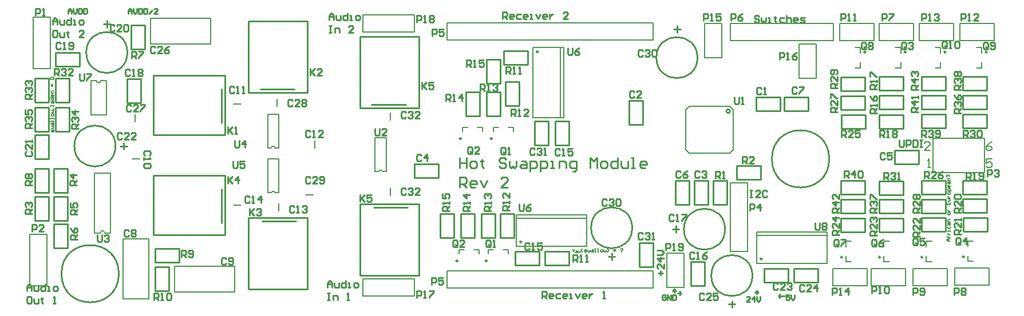
<source format=gto>
G04*
G04 #@! TF.GenerationSoftware,Altium Limited,Altium Designer,18.1.9 (240)*
G04*
G04 Layer_Color=65535*
%FSLAX25Y25*%
%MOIN*%
G70*
G01*
G75*
%ADD10C,0.00787*%
%ADD11C,0.00984*%
%ADD12C,0.01000*%
%ADD13C,0.00800*%
%ADD14C,0.00500*%
D10*
X44463Y132913D02*
G03*
X46963Y132913I1250J0D01*
G01*
X210972Y79795D02*
G03*
X209004Y79795I-984J0D01*
G01*
X49222Y44059D02*
G03*
X46722Y44059I-1250J0D01*
G01*
X148382Y93732D02*
G03*
X146413Y93732I-984J0D01*
G01*
X148382Y67484D02*
G03*
X146413Y67484I-984J0D01*
G01*
X41205Y132913D02*
X44463D01*
X46963D02*
X50221D01*
Y112913D02*
Y132913D01*
X41205Y112913D02*
X50221D01*
X41205D02*
Y132913D01*
X469973Y26374D02*
Y44484D01*
X429028D02*
X469973D01*
X429028Y42516D02*
X469973D01*
X429028Y26374D02*
X469973D01*
X429028D02*
Y44484D01*
X213197Y79795D02*
Y99480D01*
X210972Y79795D02*
X213197D01*
X206780Y99480D02*
X213197D01*
X206780Y79795D02*
Y99480D01*
Y79795D02*
X209004D01*
X171650Y93535D02*
Y97866D01*
X52697Y44059D02*
Y79059D01*
X43248D02*
X52697D01*
X43248Y44059D02*
Y79059D01*
Y44059D02*
X46722D01*
X49222D02*
X52697D01*
X561500Y79264D02*
Y99264D01*
X531500Y79264D02*
Y99264D01*
X561500D01*
X531500Y79264D02*
X561500D01*
X542333D02*
X561500D01*
X166335Y66303D02*
X170665D01*
X7500Y170014D02*
X17500D01*
Y140014D02*
Y170014D01*
X7500Y140014D02*
X17500D01*
X7500D02*
Y170014D01*
X5500Y43264D02*
X15500D01*
Y13264D02*
Y43264D01*
X5500Y13264D02*
X15500D01*
X5500D02*
Y43264D01*
X229500Y161264D02*
Y171264D01*
X199500Y161264D02*
X229500D01*
X199500D02*
Y171264D01*
X229500D01*
X199500Y7264D02*
Y17264D01*
X229500D01*
Y7264D02*
Y17264D01*
X199500Y7264D02*
X229500D01*
X473137Y13264D02*
X493137D01*
Y23264D01*
X473137D02*
X493137D01*
X473137Y13264D02*
Y23264D01*
X480969Y27358D02*
X484118D01*
X480969D02*
Y30508D01*
Y39169D02*
X484118D01*
X480969Y36020D02*
Y39169D01*
X495500Y13264D02*
X515500D01*
Y23264D01*
X495500D02*
X515500D01*
X495500Y13264D02*
Y23264D01*
X503118Y27358D02*
X506268D01*
X503118D02*
Y30508D01*
Y39169D02*
X506268D01*
X503118Y36020D02*
Y39169D01*
X520126Y13264D02*
X540126D01*
Y23264D01*
X520126D02*
X540126D01*
X520126Y13264D02*
Y23264D01*
X527744Y27358D02*
X530894D01*
X527744D02*
Y30508D01*
Y39169D02*
X530894D01*
X527744Y36020D02*
Y39169D01*
X544314Y13524D02*
X564314D01*
Y23524D01*
X544314D02*
X564314D01*
X544314Y13524D02*
Y23524D01*
X523689Y166264D02*
X543689D01*
X523689Y156264D02*
Y166264D01*
Y156264D02*
X543689D01*
Y166264D01*
X547315D02*
X567315D01*
X547315Y156264D02*
Y166264D01*
Y156264D02*
X567315D01*
Y166264D01*
X551932Y27618D02*
X555082D01*
X551932D02*
Y30768D01*
Y39429D02*
X555082D01*
X551932Y36279D02*
Y39429D01*
X532921Y152169D02*
X536071D01*
Y149020D02*
Y152169D01*
X532921Y140358D02*
X536071D01*
Y143508D01*
X556921Y152169D02*
X560071D01*
Y149020D02*
Y152169D01*
X556921Y140358D02*
X560071D01*
Y143508D01*
X477225Y166264D02*
X497225D01*
X477225Y156264D02*
Y166264D01*
Y156264D02*
X497225D01*
Y166264D01*
X500450D02*
X520450D01*
X500450Y156264D02*
Y166264D01*
Y156264D02*
X520450D01*
Y166264D01*
X486206Y152169D02*
X489355D01*
Y149020D02*
Y152169D01*
X486206Y140358D02*
X489355D01*
Y143508D01*
X509682Y152169D02*
X512832D01*
Y149020D02*
Y152169D01*
X509682Y140358D02*
X512832D01*
Y143508D01*
X386500Y12264D02*
Y32264D01*
X376500D02*
X386500D01*
X376500Y12264D02*
Y32264D01*
Y12264D02*
X386500D01*
X289028Y52516D02*
X329972D01*
X289028Y36374D02*
Y54484D01*
X289028Y36374D02*
X329972D01*
Y54484D01*
X289028D02*
X329972D01*
X453500Y134264D02*
Y154264D01*
Y134264D02*
X463500D01*
Y154264D01*
X453500D02*
X463500D01*
X413500Y166264D02*
X473500D01*
X413500Y156264D02*
X473500D01*
Y166264D01*
X413500Y156264D02*
Y166264D01*
X408500Y146264D02*
Y166264D01*
X398500D02*
X408500D01*
X398500Y146264D02*
Y166264D01*
Y146264D02*
X408500D01*
X413500Y33264D02*
X423500D01*
X413500D02*
Y73264D01*
X423500Y33264D02*
Y73264D01*
X413500D02*
X423500D01*
X248500Y156764D02*
Y166764D01*
X368500D01*
Y156764D02*
Y166764D01*
X361000Y156764D02*
X368500D01*
X248500D02*
X361000D01*
X215500Y110098D02*
Y114429D01*
X149500Y118098D02*
Y122429D01*
X124335Y119264D02*
X128665D01*
X124335Y60264D02*
X128665D01*
X150500Y57098D02*
Y61429D01*
X215650Y66098D02*
Y70429D01*
X281256Y34280D02*
X284405D01*
Y31917D02*
Y34280D01*
X272594D02*
X275744D01*
X272594Y31917D02*
Y34280D01*
X264256D02*
X267406D01*
Y31917D02*
Y34280D01*
X255594D02*
X258744D01*
X255594Y31917D02*
Y34280D01*
X248500Y12067D02*
Y22067D01*
X368500D01*
Y12067D02*
Y22067D01*
X361000Y12067D02*
X368500D01*
X248500D02*
X361000D01*
X266256Y105581D02*
X269406D01*
Y103218D02*
Y105581D01*
X257594D02*
X260744D01*
X257594Y103218D02*
Y105581D01*
X284256D02*
X287405D01*
Y103218D02*
Y105581D01*
X275594D02*
X278744D01*
X275594Y103218D02*
Y105581D01*
X314752Y111370D02*
Y152315D01*
X298610Y152315D02*
X316721D01*
X298610Y111370D02*
Y152315D01*
Y111370D02*
X316721D01*
Y152315D01*
X65335Y87114D02*
X69665D01*
X67000Y108835D02*
Y113165D01*
X60000Y40764D02*
X75000D01*
Y5764D02*
Y40764D01*
X60000Y5764D02*
X75000D01*
X60000D02*
Y40764D01*
X76079Y154264D02*
Y169264D01*
X111079D01*
Y154264D02*
Y169264D01*
X76079Y154264D02*
X111079D01*
X90000Y9567D02*
Y24567D01*
X125000D01*
Y9567D02*
Y24567D01*
X90000Y9567D02*
X125000D01*
X148382Y93732D02*
X150606D01*
X144189D02*
X146413D01*
X144189D02*
Y113417D01*
X150606D01*
Y93732D02*
Y113417D01*
X148382Y67484D02*
X150606D01*
X144189D02*
X146413D01*
X144189D02*
Y87169D01*
X150606D01*
Y67484D02*
Y87169D01*
D11*
X432079Y28933D02*
G03*
X432079Y28933I-492J0D01*
G01*
X478902Y29917D02*
G03*
X478902Y29917I-492J0D01*
G01*
X501051D02*
G03*
X501051Y29917I-492J0D01*
G01*
X525677D02*
G03*
X525677Y29917I-492J0D01*
G01*
X549865Y30177D02*
G03*
X549865Y30177I-492J0D01*
G01*
X539122Y149610D02*
G03*
X539122Y149610I-492J0D01*
G01*
X563122D02*
G03*
X563122Y149610I-492J0D01*
G01*
X492407D02*
G03*
X492407Y149610I-492J0D01*
G01*
X515883D02*
G03*
X515883Y149610I-492J0D01*
G01*
X292079Y38933D02*
G03*
X292079Y38933I-492J0D01*
G01*
X271905Y27784D02*
G03*
X271905Y27784I-492J0D01*
G01*
X254906D02*
G03*
X254906Y27784I-492J0D01*
G01*
X256906Y99085D02*
G03*
X256906Y99085I-492J0D01*
G01*
X274905D02*
G03*
X274905Y99085I-492J0D01*
G01*
X301661Y149756D02*
G03*
X301661Y149756I-492J0D01*
G01*
D12*
X413440Y115091D02*
G03*
X413440Y115091I-1113J0D01*
G01*
X57497Y20264D02*
G03*
X57497Y20264I-16700J0D01*
G01*
X356474Y47075D02*
G03*
X356474Y47075I-11974J0D01*
G01*
X471200Y87264D02*
G03*
X471200Y87264I-16700J0D01*
G01*
X62474Y149327D02*
G03*
X62474Y149327I-11974J0D01*
G01*
X55537Y94764D02*
G03*
X55537Y94764I-11974J0D01*
G01*
X426474Y19201D02*
G03*
X426474Y19201I-11974J0D01*
G01*
X410521Y46264D02*
G03*
X410521Y46264I-11974J0D01*
G01*
X394474Y146327D02*
G03*
X394474Y146327I-11974J0D01*
G01*
X384000Y9972D02*
X385000Y8972D01*
X384000Y8000D02*
X384972Y8972D01*
X383000D02*
X384972D01*
X380000Y10264D02*
X381000Y11264D01*
Y11236D02*
X381972Y10264D01*
X381000Y9264D02*
Y11236D01*
X441500Y7413D02*
X442500Y6413D01*
X441528Y7413D02*
X442500Y8386D01*
X441528Y7413D02*
X444900D01*
X429028Y8264D02*
Y10236D01*
X430000Y9264D01*
X429028Y9972D02*
Y10000D01*
X428028Y9264D02*
X429028Y10264D01*
X243500Y76264D02*
Y84264D01*
X229500D02*
X243500D01*
X229500Y76264D02*
Y84264D01*
Y76264D02*
X243500D01*
X117437Y108221D02*
Y127905D01*
X119405Y101370D02*
Y135780D01*
X77673Y101370D02*
X119405D01*
X77673D02*
Y135780D01*
X119405D01*
X204799Y118930D02*
X224484D01*
X197949Y116962D02*
X232358D01*
X197949D02*
Y158694D01*
X232358D01*
Y116962D02*
Y158694D01*
X205823Y58925D02*
X225508D01*
X197949Y60894D02*
X232358D01*
Y19161D02*
Y60894D01*
X197949Y19161D02*
X232358D01*
X197949D02*
Y60894D01*
X117437Y49902D02*
Y69587D01*
X119405Y43051D02*
Y77461D01*
X77673Y43051D02*
X119405D01*
X77673D02*
Y77461D01*
X119405D01*
X140902Y50925D02*
X160587D01*
X133028Y52894D02*
X167437D01*
Y11161D02*
Y52894D01*
X133028Y11161D02*
X167437D01*
X133028D02*
Y52894D01*
X139878Y127905D02*
X159563D01*
X133028Y125937D02*
X167437D01*
X133028D02*
Y167669D01*
X167437D01*
Y125937D02*
Y167669D01*
X342531Y30343D02*
X346468D01*
X344500Y28374D02*
Y32311D01*
X64500Y151139D02*
Y165139D01*
X72500D01*
Y151139D02*
Y165139D01*
X64500Y151139D02*
X72500D01*
X48531Y166059D02*
X52469D01*
X50500Y164091D02*
Y168028D01*
X60295Y92795D02*
Y96732D01*
X58327Y94764D02*
X62264D01*
X19500Y67684D02*
Y81684D01*
X27500D01*
Y67684D02*
Y81684D01*
X19500Y67684D02*
X27500D01*
X509375Y92311D02*
X523375D01*
Y84311D02*
Y92311D01*
X509375Y84311D02*
X523375D01*
X509375D02*
Y92311D01*
X478125Y52524D02*
X492125D01*
Y44524D02*
Y52524D01*
X478125Y44524D02*
X492125D01*
X478125D02*
Y52524D01*
Y63524D02*
X492125D01*
Y55524D02*
Y63524D01*
X478125Y55524D02*
X492125D01*
X478125D02*
Y63524D01*
Y74524D02*
X492125D01*
Y66524D02*
Y74524D01*
X478125Y66524D02*
X492125D01*
X478125D02*
Y74524D01*
X500375Y52524D02*
X514375D01*
Y44524D02*
Y52524D01*
X500375Y44524D02*
X514375D01*
X500375D02*
Y52524D01*
Y63524D02*
X514375D01*
Y55524D02*
Y63524D01*
X500375Y55524D02*
X514375D01*
X500375D02*
Y63524D01*
Y74264D02*
X514375D01*
Y66264D02*
Y74264D01*
X500375Y66264D02*
X514375D01*
X500375D02*
Y74264D01*
X524939Y52784D02*
X538939D01*
Y44783D02*
Y52784D01*
X524939Y44783D02*
X538939D01*
X524939D02*
Y52784D01*
X525001Y63524D02*
X539001D01*
Y55524D02*
Y63524D01*
X525001Y55524D02*
X539001D01*
X525001D02*
Y63524D01*
Y74524D02*
X539001D01*
Y66524D02*
Y74524D01*
X525001Y66524D02*
X539001D01*
X525001D02*
Y74524D01*
X549189Y52784D02*
X563189D01*
Y44783D02*
Y52784D01*
X549189Y44783D02*
X563189D01*
X549189D02*
Y52784D01*
X548814Y63784D02*
X562814D01*
Y55783D02*
Y63784D01*
X548814Y55783D02*
X562814D01*
X548814D02*
Y63784D01*
Y74524D02*
X562814D01*
Y66524D02*
Y74524D01*
X548814Y66524D02*
X562814D01*
X548814D02*
Y74524D01*
X524814Y127264D02*
X538814D01*
X524814D02*
Y135264D01*
X538814D01*
Y127264D02*
Y135264D01*
X524939Y116264D02*
X538939D01*
X524939D02*
Y124264D01*
X538939D01*
Y116264D02*
Y124264D01*
X524814Y105264D02*
X538814D01*
X524814D02*
Y113264D01*
X538814D01*
Y105264D02*
Y113264D01*
X548814Y127264D02*
X562814D01*
X548814D02*
Y135264D01*
X562814D01*
Y127264D02*
Y135264D01*
X548987Y116264D02*
X562987D01*
X548987D02*
Y124264D01*
X562987D01*
Y116264D02*
Y124264D01*
X548814Y105264D02*
X562814D01*
X548814D02*
Y113264D01*
X562814D01*
Y105264D02*
Y113264D01*
X478225Y105004D02*
X492225D01*
X478225D02*
Y113004D01*
X492225D01*
Y105004D02*
Y113004D01*
X477887Y127004D02*
X491887D01*
X477887D02*
Y135004D01*
X491887D01*
Y127004D02*
Y135004D01*
X478012Y116004D02*
X492012D01*
X478012D02*
Y124004D01*
X492012D01*
Y116004D02*
Y124004D01*
X500201Y116264D02*
X514201D01*
X500201D02*
Y124264D01*
X514201D01*
Y116264D02*
Y124264D01*
X500201Y105004D02*
X514201D01*
X500201D02*
Y113004D01*
X514201D01*
Y105004D02*
Y113004D01*
X500201Y127264D02*
X514201D01*
X500201D02*
Y135264D01*
X514201D01*
Y127264D02*
Y135264D01*
X8500Y87139D02*
Y101139D01*
X16500D01*
Y87139D02*
Y101139D01*
X8500Y87139D02*
X16500D01*
X70400Y119900D02*
Y133900D01*
X62400Y119900D02*
X70400D01*
X62400D02*
Y133900D01*
X70400D01*
X8500Y120413D02*
Y134413D01*
X16500D01*
Y120413D02*
Y134413D01*
X8500Y120413D02*
X16500D01*
X8500Y103413D02*
Y117413D01*
X16500D01*
Y103413D02*
Y117413D01*
X8500Y103413D02*
X16500D01*
X20625Y149264D02*
X34625D01*
Y141264D02*
Y149264D01*
X20625Y141264D02*
X34625D01*
X20625D02*
Y149264D01*
X20500Y120413D02*
Y134413D01*
X28500D01*
Y120413D02*
Y134413D01*
X20500Y120413D02*
X28500D01*
X20500Y103413D02*
Y117413D01*
X28500D01*
Y103413D02*
Y117413D01*
X20500Y103413D02*
X28500D01*
X450625Y15264D02*
X464625D01*
X450625D02*
Y23264D01*
X464625D01*
Y15264D02*
Y23264D01*
X412532Y2468D02*
X416468D01*
X414500Y500D02*
Y4437D01*
X381815Y44295D02*
Y48232D01*
X379847Y46264D02*
X383784D01*
X433375Y23264D02*
X447375D01*
Y15264D02*
Y23264D01*
X433375Y15264D02*
X447375D01*
X433375D02*
Y23264D01*
X287500Y41139D02*
Y55139D01*
X279500Y41139D02*
X287500D01*
X279500D02*
Y55139D01*
X287500D01*
X398500Y13192D02*
Y27192D01*
X390500Y13192D02*
X398500D01*
X390500D02*
Y27192D01*
X398500D01*
X380532Y163059D02*
X384469D01*
X382500Y161091D02*
Y165028D01*
X444988Y123264D02*
X458988D01*
Y115264D02*
Y123264D01*
X444988Y115264D02*
X458988D01*
X444988D02*
Y123264D01*
X403500Y60684D02*
Y74684D01*
X411500D01*
Y60684D02*
Y74684D01*
X403500Y60684D02*
X411500D01*
X417182Y75282D02*
X431182D01*
X417182D02*
Y83282D01*
X431182D01*
Y75282D02*
Y83282D01*
X381500Y60684D02*
Y74684D01*
X389500D01*
Y60684D02*
Y74684D01*
X381500Y60684D02*
X389500D01*
X362500Y107139D02*
Y121139D01*
X354500Y107139D02*
X362500D01*
X354500D02*
Y121139D01*
X362500D01*
X428625Y123264D02*
X442625D01*
Y115264D02*
Y123264D01*
X428625Y115264D02*
X442625D01*
X428625D02*
Y123264D01*
X400500Y60684D02*
Y74684D01*
X392500Y60684D02*
X400500D01*
X392500D02*
Y74684D01*
X400500D01*
X244500Y41139D02*
Y55139D01*
X252500D01*
Y41139D02*
Y55139D01*
X244500Y41139D02*
X252500D01*
X268500D02*
Y55139D01*
X276500D01*
Y41139D02*
Y55139D01*
X268500Y41139D02*
X276500D01*
X256500D02*
Y55139D01*
X264500D01*
Y41139D02*
Y55139D01*
X256500Y41139D02*
X264500D01*
X360500Y24389D02*
Y38389D01*
X368500D01*
Y24389D02*
Y38389D01*
X360500Y24389D02*
X368500D01*
X288375Y33264D02*
X302375D01*
Y25264D02*
Y33264D01*
X288375Y25264D02*
X302375D01*
X288375D02*
Y33264D01*
X305625Y25264D02*
X319625D01*
X305625D02*
Y33264D01*
X319625D01*
Y25264D02*
Y33264D01*
X281625Y142264D02*
X295625D01*
X281625D02*
Y150264D01*
X295625D01*
Y142264D02*
Y150264D01*
X299500Y95264D02*
Y109264D01*
X307500D01*
Y95264D02*
Y109264D01*
X299500Y95264D02*
X307500D01*
X311500D02*
Y109264D01*
X319500D01*
Y95264D02*
Y109264D01*
X311500Y95264D02*
X319500D01*
X279500Y131389D02*
Y145389D01*
X271500Y131389D02*
X279500D01*
X271500D02*
Y145389D01*
X279500D01*
X290500Y118139D02*
Y132139D01*
X282500Y118139D02*
X290500D01*
X282500D02*
Y132139D01*
X290500D01*
X259500Y112139D02*
Y126139D01*
X267500D01*
Y112139D02*
Y126139D01*
X259500Y112139D02*
X267500D01*
X271500D02*
Y126139D01*
X279500D01*
Y112139D02*
Y126139D01*
X271500Y112139D02*
X279500D01*
X78500Y10139D02*
X86500D01*
Y24139D01*
X78500D02*
X86500D01*
X78500Y10139D02*
Y24139D01*
X19500Y65185D02*
X27500D01*
X19500Y51185D02*
Y65185D01*
Y51185D02*
X27500D01*
Y65185D01*
X19500Y49123D02*
X27500D01*
X19500Y35123D02*
Y49123D01*
Y35123D02*
X27500D01*
Y49123D01*
X8500Y81684D02*
X16500D01*
X8500Y67684D02*
Y81684D01*
Y67684D02*
X16500D01*
Y81684D01*
X8500Y51434D02*
X16500D01*
Y65434D01*
X8500D02*
X16500D01*
X8500Y51434D02*
Y65434D01*
X92500Y26959D02*
Y34959D01*
X78500D02*
X92500D01*
X78500Y26959D02*
Y34959D01*
Y26959D02*
X92500D01*
X180000Y168199D02*
Y170864D01*
X181333Y172197D01*
X182666Y170864D01*
Y168199D01*
Y170198D01*
X180000D01*
X183999Y170864D02*
Y168865D01*
X184665Y168199D01*
X186664D01*
Y170864D01*
X190663Y172197D02*
Y168199D01*
X188664D01*
X187997Y168865D01*
Y170198D01*
X188664Y170864D01*
X190663D01*
X191996Y168199D02*
X193329D01*
X192663D01*
Y170864D01*
X191996D01*
X195995Y168199D02*
X197328D01*
X197994Y168865D01*
Y170198D01*
X197328Y170864D01*
X195995D01*
X195328Y170198D01*
Y168865D01*
X195995Y168199D01*
X180000Y164999D02*
X181333D01*
X180666D01*
Y161000D01*
X180000D01*
X181333D01*
X183332D02*
Y163666D01*
X185332D01*
X185998Y162999D01*
Y161000D01*
X193995D02*
X191330D01*
X193995Y163666D01*
Y164332D01*
X193329Y164999D01*
X191996D01*
X191330Y164332D01*
X256000Y88048D02*
Y82050D01*
Y85049D01*
X259999D01*
Y88048D01*
Y82050D01*
X262998D02*
X264997D01*
X265997Y83049D01*
Y85049D01*
X264997Y86049D01*
X262998D01*
X261998Y85049D01*
Y83049D01*
X262998Y82050D01*
X268996Y87048D02*
Y86049D01*
X267996D01*
X269995D01*
X268996D01*
Y83049D01*
X269995Y82050D01*
X282991Y87048D02*
X281992Y88048D01*
X279992D01*
X278993Y87048D01*
Y86049D01*
X279992Y85049D01*
X281992D01*
X282991Y84049D01*
Y83049D01*
X281992Y82050D01*
X279992D01*
X278993Y83049D01*
X284991Y86049D02*
Y83049D01*
X285990Y82050D01*
X286990Y83049D01*
X287990Y82050D01*
X288989Y83049D01*
Y86049D01*
X291988D02*
X293988D01*
X294987Y85049D01*
Y82050D01*
X291988D01*
X290989Y83049D01*
X291988Y84049D01*
X294987D01*
X296987Y80050D02*
Y86049D01*
X299986D01*
X300985Y85049D01*
Y83049D01*
X299986Y82050D01*
X296987D01*
X302985Y80050D02*
Y86049D01*
X305984D01*
X306983Y85049D01*
Y83049D01*
X305984Y82050D01*
X302985D01*
X308983D02*
X310982D01*
X309982D01*
Y86049D01*
X308983D01*
X313981Y82050D02*
Y86049D01*
X316980D01*
X317980Y85049D01*
Y82050D01*
X321979Y80050D02*
X322978D01*
X323978Y81050D01*
Y86049D01*
X320979D01*
X319979Y85049D01*
Y83049D01*
X320979Y82050D01*
X323978D01*
X331975D02*
Y88048D01*
X333975Y86049D01*
X335974Y88048D01*
Y82050D01*
X338973D02*
X340972D01*
X341972Y83049D01*
Y85049D01*
X340972Y86049D01*
X338973D01*
X337973Y85049D01*
Y83049D01*
X338973Y82050D01*
X347970Y88048D02*
Y82050D01*
X344971D01*
X343971Y83049D01*
Y85049D01*
X344971Y86049D01*
X347970D01*
X349970D02*
Y83049D01*
X350969Y82050D01*
X353968D01*
Y86049D01*
X355968Y82050D02*
X357967D01*
X356967D01*
Y88048D01*
X355968D01*
X363965Y82050D02*
X361966D01*
X360966Y83049D01*
Y85049D01*
X361966Y86049D01*
X363965D01*
X364965Y85049D01*
Y84049D01*
X360966D01*
X256000Y70453D02*
Y76451D01*
X258999D01*
X259999Y75451D01*
Y73452D01*
X258999Y72452D01*
X256000D01*
X257999D02*
X259999Y70453D01*
X264997D02*
X262998D01*
X261998Y71452D01*
Y73452D01*
X262998Y74452D01*
X264997D01*
X265997Y73452D01*
Y72452D01*
X261998D01*
X267996Y74452D02*
X269995Y70453D01*
X271995Y74452D01*
X283991Y70453D02*
X279992D01*
X283991Y74452D01*
Y75451D01*
X282991Y76451D01*
X280992D01*
X279992Y75451D01*
X19000Y165462D02*
Y168128D01*
X20333Y169461D01*
X21666Y168128D01*
Y165462D01*
Y167462D01*
X19000D01*
X22999Y168128D02*
Y166129D01*
X23665Y165462D01*
X25664D01*
Y168128D01*
X29663Y169461D02*
Y165462D01*
X27664D01*
X26997Y166129D01*
Y167462D01*
X27664Y168128D01*
X29663D01*
X30996Y165462D02*
X32329D01*
X31663D01*
Y168128D01*
X30996D01*
X34995Y165462D02*
X36328D01*
X36994Y166129D01*
Y167462D01*
X36328Y168128D01*
X34995D01*
X34328Y167462D01*
Y166129D01*
X34995Y165462D01*
X20999Y162262D02*
X19667D01*
X19000Y161596D01*
Y158930D01*
X19667Y158264D01*
X20999D01*
X21666Y158930D01*
Y161596D01*
X20999Y162262D01*
X22999Y160930D02*
Y158930D01*
X23665Y158264D01*
X25664D01*
Y160930D01*
X27664Y161596D02*
Y160930D01*
X26997D01*
X28330D01*
X27664D01*
Y158930D01*
X28330Y158264D01*
X36994D02*
X34328D01*
X36994Y160930D01*
Y161596D01*
X36328Y162262D01*
X34995D01*
X34328Y161596D01*
X4000Y10198D02*
Y12864D01*
X5333Y14197D01*
X6666Y12864D01*
Y10198D01*
Y12198D01*
X4000D01*
X7999Y12864D02*
Y10865D01*
X8665Y10198D01*
X10665D01*
Y12864D01*
X14663Y14197D02*
Y10198D01*
X12664D01*
X11997Y10865D01*
Y12198D01*
X12664Y12864D01*
X14663D01*
X15996Y10198D02*
X17329D01*
X16663D01*
Y12864D01*
X15996D01*
X19995Y10198D02*
X21328D01*
X21994Y10865D01*
Y12198D01*
X21328Y12864D01*
X19995D01*
X19328Y12198D01*
Y10865D01*
X19995Y10198D01*
X5999Y6999D02*
X4666D01*
X4000Y6332D01*
Y3666D01*
X4666Y3000D01*
X5999D01*
X6666Y3666D01*
Y6332D01*
X5999Y6999D01*
X7999Y5666D02*
Y3666D01*
X8665Y3000D01*
X10665D01*
Y5666D01*
X12664Y6332D02*
Y5666D01*
X11997D01*
X13330D01*
X12664D01*
Y3666D01*
X13330Y3000D01*
X19328D02*
X20661D01*
X19995D01*
Y6999D01*
X19328Y6332D01*
X179000Y12198D02*
Y14864D01*
X180333Y16197D01*
X181666Y14864D01*
Y12198D01*
Y14198D01*
X179000D01*
X182999Y14864D02*
Y12865D01*
X183665Y12198D01*
X185664D01*
Y14864D01*
X189663Y16197D02*
Y12198D01*
X187664D01*
X186997Y12865D01*
Y14198D01*
X187664Y14864D01*
X189663D01*
X190996Y12198D02*
X192329D01*
X191663D01*
Y14864D01*
X190996D01*
X194995Y12198D02*
X196328D01*
X196994Y12865D01*
Y14198D01*
X196328Y14864D01*
X194995D01*
X194328Y14198D01*
Y12865D01*
X194995Y12198D01*
X179000Y8999D02*
X180333D01*
X179666D01*
Y5000D01*
X179000D01*
X180333D01*
X182332D02*
Y7666D01*
X184332D01*
X184998Y6999D01*
Y5000D01*
X190330D02*
X191663D01*
X190996D01*
Y8999D01*
X190330Y8332D01*
X63000Y172000D02*
Y173999D01*
X64000Y174999D01*
X64999Y173999D01*
Y172000D01*
Y173500D01*
X63000D01*
X65999Y174999D02*
Y173000D01*
X66999Y172000D01*
X67998Y173000D01*
Y174999D01*
X68998D02*
Y172000D01*
X70498D01*
X70997Y172500D01*
Y174499D01*
X70498Y174999D01*
X68998D01*
X71997D02*
Y172000D01*
X73497D01*
X73996Y172500D01*
Y174499D01*
X73497Y174999D01*
X71997D01*
X74996Y172000D02*
X76995Y173999D01*
X79994Y172000D02*
X77995D01*
X79994Y173999D01*
Y174499D01*
X79495Y174999D01*
X78495D01*
X77995Y174499D01*
X28000Y172000D02*
Y173999D01*
X29000Y174999D01*
X29999Y173999D01*
Y172000D01*
Y173500D01*
X28000D01*
X30999Y174999D02*
Y173000D01*
X31999Y172000D01*
X32998Y173000D01*
Y174999D01*
X33998D02*
Y172000D01*
X35498D01*
X35997Y172500D01*
Y174499D01*
X35498Y174999D01*
X33998D01*
X36997D02*
Y172000D01*
X38497D01*
X38996Y172500D01*
Y174499D01*
X38497Y174999D01*
X36997D01*
X447992Y7999D02*
X445993D01*
Y6499D01*
X446992Y6999D01*
X447492D01*
X447992Y6499D01*
Y5500D01*
X447492Y5000D01*
X446492D01*
X445993Y5500D01*
X448992Y7999D02*
Y6000D01*
X449991Y5000D01*
X450991Y6000D01*
Y7999D01*
X424999Y4000D02*
X423000D01*
X424999Y5999D01*
Y6499D01*
X424500Y6999D01*
X423500D01*
X423000Y6499D01*
X427498Y4000D02*
Y6999D01*
X425999Y5500D01*
X427998D01*
X428998Y6999D02*
Y5000D01*
X429998Y4000D01*
X430997Y5000D01*
Y6999D01*
X375999Y7499D02*
X375500Y7999D01*
X374500D01*
X374000Y7499D01*
Y5500D01*
X374500Y5000D01*
X375500D01*
X375999Y5500D01*
Y6499D01*
X375000D01*
X376999Y5000D02*
Y7999D01*
X378998Y5000D01*
Y7999D01*
X379998D02*
Y5000D01*
X381498D01*
X381997Y5500D01*
Y7499D01*
X381498Y7999D01*
X379998D01*
X281000Y169000D02*
Y172999D01*
X282999D01*
X283666Y172332D01*
Y170999D01*
X282999Y170333D01*
X281000D01*
X282333D02*
X283666Y169000D01*
X286998D02*
X285665D01*
X284999Y169667D01*
Y170999D01*
X285665Y171666D01*
X286998D01*
X287665Y170999D01*
Y170333D01*
X284999D01*
X291663Y171666D02*
X289664D01*
X288997Y170999D01*
Y169667D01*
X289664Y169000D01*
X291663D01*
X294995D02*
X293663D01*
X292996Y169667D01*
Y170999D01*
X293663Y171666D01*
X294995D01*
X295662Y170999D01*
Y170333D01*
X292996D01*
X296995Y169000D02*
X298328D01*
X297661D01*
Y171666D01*
X296995D01*
X300327D02*
X301660Y169000D01*
X302993Y171666D01*
X306325Y169000D02*
X304992D01*
X304326Y169667D01*
Y170999D01*
X304992Y171666D01*
X306325D01*
X306992Y170999D01*
Y170333D01*
X304326D01*
X308325Y171666D02*
Y169000D01*
Y170333D01*
X308991Y170999D01*
X309657Y171666D01*
X310324D01*
X318988Y169000D02*
X316322D01*
X318988Y171666D01*
Y172332D01*
X318321Y172999D01*
X316988D01*
X316322Y172332D01*
X430166Y170332D02*
X429499Y170999D01*
X428166D01*
X427500Y170332D01*
Y169666D01*
X428166Y168999D01*
X429499D01*
X430166Y168333D01*
Y167666D01*
X429499Y167000D01*
X428166D01*
X427500Y167666D01*
X431499Y169666D02*
Y167666D01*
X432165Y167000D01*
X432832Y167666D01*
X433498Y167000D01*
X434164Y167666D01*
Y169666D01*
X435497Y167000D02*
X436830D01*
X436164D01*
Y169666D01*
X435497D01*
X439496Y170332D02*
Y169666D01*
X438830D01*
X440163D01*
X439496D01*
Y167666D01*
X440163Y167000D01*
X444828Y169666D02*
X442828D01*
X442162Y168999D01*
Y167666D01*
X442828Y167000D01*
X444828D01*
X446161Y170999D02*
Y167000D01*
Y168999D01*
X446827Y169666D01*
X448160D01*
X448827Y168999D01*
Y167000D01*
X452159D02*
X450826D01*
X450159Y167666D01*
Y168999D01*
X450826Y169666D01*
X452159D01*
X452825Y168999D01*
Y168333D01*
X450159D01*
X454158Y167000D02*
X456157D01*
X456824Y167666D01*
X456157Y168333D01*
X454824D01*
X454158Y168999D01*
X454824Y169666D01*
X456824D01*
X304000Y6000D02*
Y9999D01*
X305999D01*
X306666Y9332D01*
Y7999D01*
X305999Y7333D01*
X304000D01*
X305333D02*
X306666Y6000D01*
X309998D02*
X308665D01*
X307999Y6667D01*
Y7999D01*
X308665Y8666D01*
X309998D01*
X310665Y7999D01*
Y7333D01*
X307999D01*
X314663Y8666D02*
X312664D01*
X311997Y7999D01*
Y6667D01*
X312664Y6000D01*
X314663D01*
X317996D02*
X316663D01*
X315996Y6667D01*
Y7999D01*
X316663Y8666D01*
X317996D01*
X318662Y7999D01*
Y7333D01*
X315996D01*
X319995Y6000D02*
X321328D01*
X320661D01*
Y8666D01*
X319995D01*
X323327D02*
X324660Y6000D01*
X325993Y8666D01*
X329325Y6000D02*
X327992D01*
X327326Y6667D01*
Y7999D01*
X327992Y8666D01*
X329325D01*
X329992Y7999D01*
Y7333D01*
X327326D01*
X331325Y8666D02*
Y6000D01*
Y7333D01*
X331991Y7999D01*
X332657Y8666D01*
X333324D01*
X339322Y6000D02*
X340655D01*
X339988D01*
Y9999D01*
X339322Y9332D01*
X424909Y68999D02*
X426242D01*
X425575D01*
Y65000D01*
X424909D01*
X426242D01*
X430907D02*
X428241D01*
X430907Y67666D01*
Y68332D01*
X430241Y68999D01*
X428908D01*
X428241Y68332D01*
X434906D02*
X434239Y68999D01*
X432906D01*
X432240Y68332D01*
Y65666D01*
X432906Y65000D01*
X434239D01*
X434906Y65666D01*
X373001Y19264D02*
Y21930D01*
X371668Y20597D02*
X374334D01*
X375000Y25928D02*
Y23262D01*
X372334Y25928D01*
X371668D01*
X371001Y25262D01*
Y23929D01*
X371668Y23262D01*
X375000Y29261D02*
X371001D01*
X373001Y27261D01*
Y29927D01*
X371001Y31260D02*
X373667D01*
X375000Y32593D01*
X373667Y33926D01*
X371001D01*
X512000Y98225D02*
Y94892D01*
X512666Y94226D01*
X513999D01*
X514666Y94892D01*
Y98225D01*
X515999Y94226D02*
Y98225D01*
X517998D01*
X518665Y97558D01*
Y96225D01*
X517998Y95559D01*
X515999D01*
X519997Y98225D02*
Y94226D01*
X521997D01*
X522663Y94892D01*
Y97558D01*
X521997Y98225D01*
X519997D01*
X523996D02*
X525329D01*
X524663D01*
Y94226D01*
X523996D01*
X525329D01*
X463000Y49999D02*
Y46666D01*
X463666Y46000D01*
X464999D01*
X465666Y46666D01*
Y49999D01*
X466999Y49332D02*
X467665Y49999D01*
X468998D01*
X469664Y49332D01*
Y48666D01*
X468998Y47999D01*
X469664Y47333D01*
Y46666D01*
X468998Y46000D01*
X467665D01*
X466999Y46666D01*
Y47333D01*
X467665Y47999D01*
X466999Y48666D01*
Y49332D01*
X467665Y47999D02*
X468998D01*
X416000Y123263D02*
Y119930D01*
X416666Y119264D01*
X417999D01*
X418666Y119930D01*
Y123263D01*
X419999Y119264D02*
X421332D01*
X420665D01*
Y123263D01*
X419999Y122596D01*
X206780Y104999D02*
Y101666D01*
X207446Y101000D01*
X208779D01*
X209445Y101666D01*
Y104999D01*
X213444Y101000D02*
X210778D01*
X213444Y103666D01*
Y104332D01*
X212778Y104999D01*
X211445D01*
X210778Y104332D01*
X233666Y89332D02*
X232999Y89999D01*
X231666D01*
X231000Y89332D01*
Y86666D01*
X231666Y86000D01*
X232999D01*
X233666Y86666D01*
X236998Y86000D02*
Y89999D01*
X234999Y87999D01*
X237665D01*
X169000Y103332D02*
X168334Y103999D01*
X167001D01*
X166335Y103332D01*
Y100666D01*
X167001Y100000D01*
X168334D01*
X169000Y100666D01*
X170333Y100000D02*
X171666D01*
X171000D01*
Y103999D01*
X170333Y103332D01*
X176331Y100000D02*
X173666D01*
X176331Y102666D01*
Y103332D01*
X175665Y103999D01*
X174332D01*
X173666Y103332D01*
X121000Y105999D02*
Y102000D01*
Y103333D01*
X123666Y105999D01*
X121667Y103999D01*
X123666Y102000D01*
X124999D02*
X126332D01*
X125665D01*
Y105999D01*
X124999Y105332D01*
X341666Y63332D02*
X340999Y63999D01*
X339666D01*
X339000Y63332D01*
Y60666D01*
X339666Y60000D01*
X340999D01*
X341666Y60666D01*
X342999Y63332D02*
X343665Y63999D01*
X344998D01*
X345665Y63332D01*
Y62666D01*
X344998Y61999D01*
X344332D01*
X344998D01*
X345665Y61333D01*
Y60666D01*
X344998Y60000D01*
X343665D01*
X342999Y60666D01*
X346997Y63332D02*
X347664Y63999D01*
X348997D01*
X349663Y63332D01*
Y60666D01*
X348997Y60000D01*
X347664D01*
X346997Y60666D01*
Y63332D01*
X121000Y76999D02*
Y73000D01*
Y74333D01*
X123666Y76999D01*
X121667Y74999D01*
X123666Y73000D01*
X126998D02*
Y76999D01*
X124999Y74999D01*
X127664D01*
X65000Y146000D02*
Y149999D01*
X66999D01*
X67666Y149332D01*
Y147999D01*
X66999Y147333D01*
X65000D01*
X66333D02*
X67666Y146000D01*
X68999Y149999D02*
X71665D01*
Y149332D01*
X68999Y146667D01*
Y146000D01*
X234000Y131904D02*
Y127905D01*
Y129238D01*
X236666Y131904D01*
X234666Y129905D01*
X236666Y127905D01*
X240665Y131904D02*
X237999D01*
Y129905D01*
X239332Y130571D01*
X239998D01*
X240665Y129905D01*
Y128572D01*
X239998Y127905D01*
X238665D01*
X237999Y128572D01*
X198000Y66263D02*
Y62264D01*
Y63597D01*
X200666Y66263D01*
X198667Y64263D01*
X200666Y62264D01*
X204664Y66263D02*
X201999D01*
Y64263D01*
X203332Y64930D01*
X203998D01*
X204664Y64263D01*
Y62930D01*
X203998Y62264D01*
X202665D01*
X201999Y62930D01*
X473000Y8000D02*
Y11999D01*
X474999D01*
X475666Y11332D01*
Y9999D01*
X474999Y9333D01*
X473000D01*
X476999Y8000D02*
X478332D01*
X477665D01*
Y11999D01*
X476999Y11332D01*
X482330Y8000D02*
Y11999D01*
X480331Y9999D01*
X482997D01*
X230922Y167000D02*
Y170999D01*
X232921D01*
X233587Y170332D01*
Y168999D01*
X232921Y168333D01*
X230922D01*
X234920Y167000D02*
X236253D01*
X235587D01*
Y170999D01*
X234920Y170332D01*
X238253D02*
X238919Y170999D01*
X240252D01*
X240918Y170332D01*
Y169666D01*
X240252Y168999D01*
X240918Y168333D01*
Y167666D01*
X240252Y167000D01*
X238919D01*
X238253Y167666D01*
Y168333D01*
X238919Y168999D01*
X238253Y169666D01*
Y170332D01*
X238919Y168999D02*
X240252D01*
X231000Y6264D02*
Y10262D01*
X232999D01*
X233666Y9596D01*
Y8263D01*
X232999Y7597D01*
X231000D01*
X234999Y6264D02*
X236332D01*
X235665D01*
Y10262D01*
X234999Y9596D01*
X238331Y10262D02*
X240997D01*
Y9596D01*
X238331Y6930D01*
Y6264D01*
X34625Y136912D02*
Y133580D01*
X35291Y132913D01*
X36624D01*
X37291Y133580D01*
Y136912D01*
X38624D02*
X41289D01*
Y136246D01*
X38624Y133580D01*
Y132913D01*
X319000Y151999D02*
Y148667D01*
X319666Y148000D01*
X320999D01*
X321666Y148667D01*
Y151999D01*
X325664D02*
X324332Y151332D01*
X322999Y149999D01*
Y148667D01*
X323665Y148000D01*
X324998D01*
X325664Y148667D01*
Y149333D01*
X324998Y149999D01*
X322999D01*
X290500Y60999D02*
Y57666D01*
X291166Y57000D01*
X292499D01*
X293166Y57666D01*
Y60999D01*
X297165D02*
X295832Y60332D01*
X294499Y58999D01*
Y57666D01*
X295165Y57000D01*
X296498D01*
X297165Y57666D01*
Y58333D01*
X296498Y58999D01*
X294499D01*
X124000Y85999D02*
Y82666D01*
X124667Y82000D01*
X125999D01*
X126666Y82666D01*
Y85999D01*
X130665D02*
X127999D01*
Y83999D01*
X129332Y84666D01*
X129998D01*
X130665Y83999D01*
Y82666D01*
X129998Y82000D01*
X128665D01*
X127999Y82666D01*
X125000Y97999D02*
Y94666D01*
X125666Y94000D01*
X126999D01*
X127666Y94666D01*
Y97999D01*
X130998Y94000D02*
Y97999D01*
X128999Y95999D01*
X131665D01*
X45000Y42999D02*
Y39666D01*
X45666Y39000D01*
X46999D01*
X47666Y39666D01*
Y42999D01*
X48999Y42332D02*
X49665Y42999D01*
X50998D01*
X51665Y42332D01*
Y41666D01*
X50998Y40999D01*
X50332D01*
X50998D01*
X51665Y40333D01*
Y39666D01*
X50998Y39000D01*
X49665D01*
X48999Y39666D01*
X523000Y127528D02*
X519001D01*
Y129527D01*
X519668Y130193D01*
X521001D01*
X521667Y129527D01*
Y127528D01*
Y128860D02*
X523000Y130193D01*
Y133526D02*
X519001D01*
X521001Y131526D01*
Y134192D01*
X519668Y135525D02*
X519001Y136191D01*
Y137524D01*
X519668Y138191D01*
X520334D01*
X521001Y137524D01*
Y136858D01*
Y137524D01*
X521667Y138191D01*
X522334D01*
X523000Y137524D01*
Y136191D01*
X522334Y135525D01*
X477000Y55783D02*
X473001D01*
Y57783D01*
X473668Y58449D01*
X475001D01*
X475667Y57783D01*
Y55783D01*
Y57116D02*
X477000Y58449D01*
Y61782D02*
X473001D01*
X475001Y59782D01*
Y62448D01*
X477000Y66447D02*
Y63781D01*
X474334Y66447D01*
X473668D01*
X473001Y65780D01*
Y64447D01*
X473668Y63781D01*
X523000Y114528D02*
X519001D01*
Y116527D01*
X519668Y117193D01*
X521001D01*
X521667Y116527D01*
Y114528D01*
Y115860D02*
X523000Y117193D01*
Y120526D02*
X519001D01*
X521001Y118526D01*
Y121192D01*
X523000Y122525D02*
Y123858D01*
Y123191D01*
X519001D01*
X519668Y122525D01*
X480000Y76264D02*
Y80263D01*
X481999D01*
X482666Y79596D01*
Y78263D01*
X481999Y77597D01*
X480000D01*
X481333D02*
X482666Y76264D01*
X485998D02*
Y80263D01*
X483999Y78263D01*
X486664D01*
X487997Y79596D02*
X488664Y80263D01*
X489997D01*
X490663Y79596D01*
Y76930D01*
X489997Y76264D01*
X488664D01*
X487997Y76930D01*
Y79596D01*
X524939Y100000D02*
Y103999D01*
X526938D01*
X527605Y103332D01*
Y101999D01*
X526938Y101333D01*
X524939D01*
X526272D02*
X527605Y100000D01*
X528938Y103332D02*
X529604Y103999D01*
X530937D01*
X531603Y103332D01*
Y102666D01*
X530937Y101999D01*
X530271D01*
X530937D01*
X531603Y101333D01*
Y100666D01*
X530937Y100000D01*
X529604D01*
X528938Y100666D01*
X532936D02*
X533603Y100000D01*
X534936D01*
X535602Y100666D01*
Y103332D01*
X534936Y103999D01*
X533603D01*
X532936Y103332D01*
Y102666D01*
X533603Y101999D01*
X535602D01*
X548000Y127528D02*
X544001D01*
Y129527D01*
X544668Y130193D01*
X546001D01*
X546667Y129527D01*
Y127528D01*
Y128860D02*
X548000Y130193D01*
X544668Y131526D02*
X544001Y132193D01*
Y133526D01*
X544668Y134192D01*
X545334D01*
X546001Y133526D01*
Y132859D01*
Y133526D01*
X546667Y134192D01*
X547334D01*
X548000Y133526D01*
Y132193D01*
X547334Y131526D01*
X544668Y135525D02*
X544001Y136191D01*
Y137524D01*
X544668Y138191D01*
X545334D01*
X546001Y137524D01*
X546667Y138191D01*
X547334D01*
X548000Y137524D01*
Y136191D01*
X547334Y135525D01*
X546667D01*
X546001Y136191D01*
X545334Y135525D01*
X544668D01*
X546001Y136191D02*
Y137524D01*
X499000Y55783D02*
X495001D01*
Y57783D01*
X495668Y58449D01*
X497001D01*
X497667Y57783D01*
Y55783D01*
Y57116D02*
X499000Y58449D01*
X495668Y59782D02*
X495001Y60449D01*
Y61782D01*
X495668Y62448D01*
X496334D01*
X497001Y61782D01*
Y61115D01*
Y61782D01*
X497667Y62448D01*
X498334D01*
X499000Y61782D01*
Y60449D01*
X498334Y59782D01*
X495001Y63781D02*
Y66447D01*
X495668D01*
X498334Y63781D01*
X499000D01*
X548000Y114000D02*
X544001D01*
Y115999D01*
X544668Y116666D01*
X546001D01*
X546667Y115999D01*
Y114000D01*
Y115333D02*
X548000Y116666D01*
X544668Y117999D02*
X544001Y118665D01*
Y119998D01*
X544668Y120665D01*
X545334D01*
X546001Y119998D01*
Y119332D01*
Y119998D01*
X546667Y120665D01*
X547334D01*
X548000Y119998D01*
Y118665D01*
X547334Y117999D01*
X544001Y124663D02*
X544668Y123330D01*
X546001Y121997D01*
X547334D01*
X548000Y122664D01*
Y123997D01*
X547334Y124663D01*
X546667D01*
X546001Y123997D01*
Y121997D01*
X7000Y105307D02*
X3001D01*
Y107306D01*
X3668Y107973D01*
X5001D01*
X5667Y107306D01*
Y105307D01*
Y106640D02*
X7000Y107973D01*
X3668Y109306D02*
X3001Y109972D01*
Y111305D01*
X3668Y111972D01*
X4334D01*
X5001Y111305D01*
Y110639D01*
Y111305D01*
X5667Y111972D01*
X6334D01*
X7000Y111305D01*
Y109972D01*
X6334Y109306D01*
X3001Y115970D02*
Y113304D01*
X5001D01*
X4334Y114637D01*
Y115304D01*
X5001Y115970D01*
X6334D01*
X7000Y115304D01*
Y113971D01*
X6334Y113304D01*
X34000Y105000D02*
X30001D01*
Y106999D01*
X30668Y107666D01*
X32001D01*
X32667Y106999D01*
Y105000D01*
Y106333D02*
X34000Y107666D01*
X30668Y108999D02*
X30001Y109665D01*
Y110998D01*
X30668Y111664D01*
X31334D01*
X32001Y110998D01*
Y110332D01*
Y110998D01*
X32667Y111664D01*
X33334D01*
X34000Y110998D01*
Y109665D01*
X33334Y108999D01*
X34000Y114997D02*
X30001D01*
X32001Y112997D01*
Y115663D01*
X7000Y122264D02*
X3001D01*
Y124263D01*
X3668Y124930D01*
X5001D01*
X5667Y124263D01*
Y122264D01*
Y123597D02*
X7000Y124930D01*
X3668Y126262D02*
X3001Y126929D01*
Y128262D01*
X3668Y128928D01*
X4334D01*
X5001Y128262D01*
Y127595D01*
Y128262D01*
X5667Y128928D01*
X6334D01*
X7000Y128262D01*
Y126929D01*
X6334Y126262D01*
X3668Y130261D02*
X3001Y130928D01*
Y132261D01*
X3668Y132927D01*
X4334D01*
X5001Y132261D01*
Y131594D01*
Y132261D01*
X5667Y132927D01*
X6334D01*
X7000Y132261D01*
Y130928D01*
X6334Y130261D01*
X20000Y136000D02*
Y139999D01*
X21999D01*
X22666Y139332D01*
Y137999D01*
X21999Y137333D01*
X20000D01*
X21333D02*
X22666Y136000D01*
X23999Y139332D02*
X24665Y139999D01*
X25998D01*
X26665Y139332D01*
Y138666D01*
X25998Y137999D01*
X25332D01*
X25998D01*
X26665Y137333D01*
Y136667D01*
X25998Y136000D01*
X24665D01*
X23999Y136667D01*
X30663Y136000D02*
X27997D01*
X30663Y138666D01*
Y139332D01*
X29997Y139999D01*
X28664D01*
X27997Y139332D01*
X503000Y75264D02*
Y79263D01*
X504999D01*
X505666Y78596D01*
Y77263D01*
X504999Y76597D01*
X503000D01*
X504333D02*
X505666Y75264D01*
X506999Y78596D02*
X507665Y79263D01*
X508998D01*
X509664Y78596D01*
Y77930D01*
X508998Y77263D01*
X508332D01*
X508998D01*
X509664Y76597D01*
Y75930D01*
X508998Y75264D01*
X507665D01*
X506999Y75930D01*
X510997Y75264D02*
X512330D01*
X511664D01*
Y79263D01*
X510997Y78596D01*
X549189Y100000D02*
Y103999D01*
X551188D01*
X551855Y103332D01*
Y101999D01*
X551188Y101333D01*
X549189D01*
X550522D02*
X551855Y100000D01*
X553188Y103332D02*
X553854Y103999D01*
X555187D01*
X555854Y103332D01*
Y102666D01*
X555187Y101999D01*
X554521D01*
X555187D01*
X555854Y101333D01*
Y100666D01*
X555187Y100000D01*
X553854D01*
X553188Y100666D01*
X557186Y103332D02*
X557853Y103999D01*
X559186D01*
X559852Y103332D01*
Y100666D01*
X559186Y100000D01*
X557853D01*
X557186Y100666D01*
Y103332D01*
X476000Y128528D02*
X472001D01*
Y130527D01*
X472668Y131193D01*
X474001D01*
X474667Y130527D01*
Y128528D01*
Y129860D02*
X476000Y131193D01*
Y135192D02*
Y132526D01*
X473334Y135192D01*
X472668D01*
X472001Y134526D01*
Y133193D01*
X472668Y132526D01*
X475334Y136525D02*
X476000Y137191D01*
Y138524D01*
X475334Y139191D01*
X472668D01*
X472001Y138524D01*
Y137191D01*
X472668Y136525D01*
X473334D01*
X474001Y137191D01*
Y139191D01*
X524000Y56000D02*
X520001D01*
Y57999D01*
X520668Y58666D01*
X522001D01*
X522667Y57999D01*
Y56000D01*
Y57333D02*
X524000Y58666D01*
Y62665D02*
Y59999D01*
X521334Y62665D01*
X520668D01*
X520001Y61998D01*
Y60665D01*
X520668Y59999D01*
Y63997D02*
X520001Y64664D01*
Y65997D01*
X520668Y66663D01*
X521334D01*
X522001Y65997D01*
X522667Y66663D01*
X523334D01*
X524000Y65997D01*
Y64664D01*
X523334Y63997D01*
X522667D01*
X522001Y64664D01*
X521334Y63997D01*
X520668D01*
X522001Y64664D02*
Y65997D01*
X476000Y114528D02*
X472001D01*
Y116527D01*
X472668Y117193D01*
X474001D01*
X474667Y116527D01*
Y114528D01*
Y115860D02*
X476000Y117193D01*
Y121192D02*
Y118526D01*
X473334Y121192D01*
X472668D01*
X472001Y120526D01*
Y119193D01*
X472668Y118526D01*
X472001Y122525D02*
Y125191D01*
X472668D01*
X475334Y122525D01*
X476000D01*
X526500Y76000D02*
Y79999D01*
X528499D01*
X529166Y79332D01*
Y77999D01*
X528499Y77333D01*
X526500D01*
X527833D02*
X529166Y76000D01*
X533165D02*
X530499D01*
X533165Y78666D01*
Y79332D01*
X532498Y79999D01*
X531165D01*
X530499Y79332D01*
X537163Y79999D02*
X535830Y79332D01*
X534497Y77999D01*
Y76666D01*
X535164Y76000D01*
X536497D01*
X537163Y76666D01*
Y77333D01*
X536497Y77999D01*
X534497D01*
X478409Y100000D02*
Y103999D01*
X480409D01*
X481075Y103332D01*
Y101999D01*
X480409Y101333D01*
X478409D01*
X479742D02*
X481075Y100000D01*
X485074D02*
X482408D01*
X485074Y102666D01*
Y103332D01*
X484408Y103999D01*
X483075D01*
X482408Y103332D01*
X489073Y103999D02*
X486407D01*
Y101999D01*
X487740Y102666D01*
X488406D01*
X489073Y101999D01*
Y100666D01*
X488406Y100000D01*
X487073D01*
X486407Y100666D01*
X477000Y43000D02*
X473001D01*
Y44999D01*
X473668Y45666D01*
X475001D01*
X475667Y44999D01*
Y43000D01*
Y44333D02*
X477000Y45666D01*
Y49665D02*
Y46999D01*
X474334Y49665D01*
X473668D01*
X473001Y48998D01*
Y47665D01*
X473668Y46999D01*
X477000Y52997D02*
X473001D01*
X475001Y50997D01*
Y53663D01*
X499000Y42516D02*
X495001D01*
Y44515D01*
X495668Y45182D01*
X497001D01*
X497667Y44515D01*
Y42516D01*
Y43849D02*
X499000Y45182D01*
Y49180D02*
Y46514D01*
X496334Y49180D01*
X495668D01*
X495001Y48514D01*
Y47181D01*
X495668Y46514D01*
Y50513D02*
X495001Y51180D01*
Y52513D01*
X495668Y53179D01*
X496334D01*
X497001Y52513D01*
Y51846D01*
Y52513D01*
X497667Y53179D01*
X498334D01*
X499000Y52513D01*
Y51180D01*
X498334Y50513D01*
X524000Y42000D02*
X520001D01*
Y43999D01*
X520668Y44666D01*
X522001D01*
X522667Y43999D01*
Y42000D01*
Y43333D02*
X524000Y44666D01*
Y48665D02*
Y45999D01*
X521334Y48665D01*
X520668D01*
X520001Y47998D01*
Y46665D01*
X520668Y45999D01*
X524000Y52663D02*
Y49997D01*
X521334Y52663D01*
X520668D01*
X520001Y51997D01*
Y50664D01*
X520668Y49997D01*
X548000Y43264D02*
X544001D01*
Y45263D01*
X544668Y45930D01*
X546001D01*
X546667Y45263D01*
Y43264D01*
Y44597D02*
X548000Y45930D01*
Y49928D02*
Y47262D01*
X545334Y49928D01*
X544668D01*
X544001Y49262D01*
Y47929D01*
X544668Y47262D01*
X548000Y51261D02*
Y52594D01*
Y51928D01*
X544001D01*
X544668Y51261D01*
X548000Y56000D02*
X544001D01*
Y57999D01*
X544668Y58666D01*
X546001D01*
X546667Y57999D01*
Y56000D01*
Y57333D02*
X548000Y58666D01*
Y62665D02*
Y59999D01*
X545334Y62665D01*
X544668D01*
X544001Y61998D01*
Y60665D01*
X544668Y59999D01*
Y63997D02*
X544001Y64664D01*
Y65997D01*
X544668Y66663D01*
X547334D01*
X548000Y65997D01*
Y64664D01*
X547334Y63997D01*
X544668D01*
X551000Y75264D02*
Y79263D01*
X552999D01*
X553666Y78596D01*
Y77263D01*
X552999Y76597D01*
X551000D01*
X552333D02*
X553666Y75264D01*
X554999D02*
X556332D01*
X555665D01*
Y79263D01*
X554999Y78596D01*
X558331Y75930D02*
X558997Y75264D01*
X560330D01*
X560997Y75930D01*
Y78596D01*
X560330Y79263D01*
X558997D01*
X558331Y78596D01*
Y77930D01*
X558997Y77263D01*
X560997D01*
X500559Y100000D02*
Y103999D01*
X502558D01*
X503225Y103332D01*
Y101999D01*
X502558Y101333D01*
X500559D01*
X501892D02*
X503225Y100000D01*
X504558D02*
X505891D01*
X505224D01*
Y103999D01*
X504558Y103332D01*
X507890D02*
X508557Y103999D01*
X509889D01*
X510556Y103332D01*
Y102666D01*
X509889Y101999D01*
X510556Y101333D01*
Y100666D01*
X509889Y100000D01*
X508557D01*
X507890Y100666D01*
Y101333D01*
X508557Y101999D01*
X507890Y102666D01*
Y103332D01*
X508557Y101999D02*
X509889D01*
X499000Y128000D02*
X495001D01*
Y129999D01*
X495668Y130666D01*
X497001D01*
X497667Y129999D01*
Y128000D01*
Y129333D02*
X499000Y130666D01*
Y131999D02*
Y133332D01*
Y132665D01*
X495001D01*
X495668Y131999D01*
X495001Y135331D02*
Y137997D01*
X495668D01*
X498334Y135331D01*
X499000D01*
Y114000D02*
X495001D01*
Y115999D01*
X495668Y116666D01*
X497001D01*
X497667Y115999D01*
Y114000D01*
Y115333D02*
X499000Y116666D01*
Y117999D02*
Y119332D01*
Y118665D01*
X495001D01*
X495668Y117999D01*
X495001Y123997D02*
X495668Y122664D01*
X497001Y121331D01*
X498334D01*
X499000Y121997D01*
Y123330D01*
X498334Y123997D01*
X497667D01*
X497001Y123330D01*
Y121331D01*
X260000Y141000D02*
Y144999D01*
X261999D01*
X262666Y144332D01*
Y142999D01*
X261999Y142333D01*
X260000D01*
X261333D02*
X262666Y141000D01*
X263999D02*
X265332D01*
X264665D01*
Y144999D01*
X263999Y144332D01*
X269997Y144999D02*
X267331D01*
Y142999D01*
X268664Y143666D01*
X269330D01*
X269997Y142999D01*
Y141666D01*
X269330Y141000D01*
X267997D01*
X267331Y141666D01*
X250000Y57000D02*
X246001D01*
Y58999D01*
X246668Y59666D01*
X248001D01*
X248667Y58999D01*
Y57000D01*
Y58333D02*
X250000Y59666D01*
Y60999D02*
Y62332D01*
Y61665D01*
X246001D01*
X246668Y60999D01*
X246001Y66997D02*
Y64331D01*
X248001D01*
X247334Y65664D01*
Y66330D01*
X248001Y66997D01*
X249334D01*
X250000Y66330D01*
Y64997D01*
X249334Y64331D01*
X248000Y121000D02*
Y124999D01*
X249999D01*
X250666Y124332D01*
Y122999D01*
X249999Y122333D01*
X248000D01*
X249333D02*
X250666Y121000D01*
X251999D02*
X253332D01*
X252665D01*
Y124999D01*
X251999Y124332D01*
X257330Y121000D02*
Y124999D01*
X255331Y122999D01*
X257997D01*
X262000Y57000D02*
X258001D01*
Y58999D01*
X258668Y59666D01*
X260001D01*
X260667Y58999D01*
Y57000D01*
Y58333D02*
X262000Y59666D01*
Y60999D02*
Y62332D01*
Y61665D01*
X258001D01*
X258668Y60999D01*
X262000Y66330D02*
X258001D01*
X260001Y64331D01*
Y66997D01*
X268000Y127000D02*
Y130999D01*
X269999D01*
X270666Y130332D01*
Y128999D01*
X269999Y128333D01*
X268000D01*
X269333D02*
X270666Y127000D01*
X271999D02*
X273332D01*
X272665D01*
Y130999D01*
X271999Y130332D01*
X275331D02*
X275997Y130999D01*
X277330D01*
X277997Y130332D01*
Y129666D01*
X277330Y128999D01*
X276664D01*
X277330D01*
X277997Y128333D01*
Y127666D01*
X277330Y127000D01*
X275997D01*
X275331Y127666D01*
X274413Y57000D02*
X270415D01*
Y58999D01*
X271081Y59666D01*
X272414D01*
X273080Y58999D01*
Y57000D01*
Y58333D02*
X274413Y59666D01*
Y60999D02*
Y62332D01*
Y61665D01*
X270415D01*
X271081Y60999D01*
Y64331D02*
X270415Y64997D01*
Y66330D01*
X271081Y66997D01*
X271748D01*
X272414Y66330D01*
Y65664D01*
Y66330D01*
X273080Y66997D01*
X273747D01*
X274413Y66330D01*
Y64997D01*
X273747Y64331D01*
X286000Y112139D02*
Y116138D01*
X287999D01*
X288666Y115471D01*
Y114138D01*
X287999Y113472D01*
X286000D01*
X287333D02*
X288666Y112139D01*
X289999D02*
X291332D01*
X290665D01*
Y116138D01*
X289999Y115471D01*
X295997Y112139D02*
X293331D01*
X295997Y114805D01*
Y115471D01*
X295330Y116138D01*
X293997D01*
X293331Y115471D01*
X285000Y57264D02*
X281001D01*
Y59263D01*
X281668Y59930D01*
X283001D01*
X283667Y59263D01*
Y57264D01*
Y58597D02*
X285000Y59930D01*
Y61263D02*
Y62595D01*
Y61929D01*
X281001D01*
X281668Y61263D01*
X285000Y67261D02*
Y64595D01*
X282334Y67261D01*
X281668D01*
X281001Y66594D01*
Y65261D01*
X281668Y64595D01*
X283100Y136900D02*
Y140899D01*
X285099D01*
X285766Y140232D01*
Y138899D01*
X285099Y138233D01*
X283100D01*
X284433D02*
X285766Y136900D01*
X287099D02*
X288432D01*
X287765D01*
Y140899D01*
X287099Y140232D01*
X290431Y136900D02*
X291764D01*
X291097D01*
Y140899D01*
X290431Y140232D01*
X322000Y27264D02*
Y31262D01*
X323999D01*
X324666Y30596D01*
Y29263D01*
X323999Y28597D01*
X322000D01*
X323333D02*
X324666Y27264D01*
X325999D02*
X327332D01*
X326665D01*
Y31262D01*
X325999Y30596D01*
X329331Y27264D02*
X330664D01*
X329997D01*
Y31262D01*
X329331Y30596D01*
X78000Y5000D02*
Y8999D01*
X79999D01*
X80666Y8332D01*
Y6999D01*
X79999Y6333D01*
X78000D01*
X79333D02*
X80666Y5000D01*
X81999D02*
X83332D01*
X82665D01*
Y8999D01*
X81999Y8332D01*
X85331D02*
X85997Y8999D01*
X87330D01*
X87997Y8332D01*
Y5666D01*
X87330Y5000D01*
X85997D01*
X85331Y5666D01*
Y8332D01*
X94000Y29864D02*
Y33863D01*
X95999D01*
X96666Y33196D01*
Y31863D01*
X95999Y31197D01*
X94000D01*
X95333D02*
X96666Y29864D01*
X97999Y30530D02*
X98665Y29864D01*
X99998D01*
X100664Y30530D01*
Y33196D01*
X99998Y33863D01*
X98665D01*
X97999Y33196D01*
Y32530D01*
X98665Y31863D01*
X100664D01*
X7000Y72000D02*
X3001D01*
Y73999D01*
X3668Y74666D01*
X5001D01*
X5667Y73999D01*
Y72000D01*
Y73333D02*
X7000Y74666D01*
X3668Y75999D02*
X3001Y76665D01*
Y77998D01*
X3668Y78664D01*
X4334D01*
X5001Y77998D01*
X5667Y78664D01*
X6334D01*
X7000Y77998D01*
Y76665D01*
X6334Y75999D01*
X5667D01*
X5001Y76665D01*
X4334Y75999D01*
X3668D01*
X5001Y76665D02*
Y77998D01*
X33340Y40209D02*
X29342D01*
Y42208D01*
X30008Y42875D01*
X31341D01*
X32008Y42208D01*
Y40209D01*
Y41542D02*
X33340Y42875D01*
X29342Y46873D02*
X30008Y45540D01*
X31341Y44207D01*
X32674D01*
X33340Y44874D01*
Y46207D01*
X32674Y46873D01*
X32008D01*
X31341Y46207D01*
Y44207D01*
X33340Y55000D02*
X29342D01*
Y56999D01*
X30008Y57666D01*
X31341D01*
X32008Y56999D01*
Y55000D01*
Y56333D02*
X33340Y57666D01*
X29342Y61664D02*
Y58999D01*
X31341D01*
X30675Y60332D01*
Y60998D01*
X31341Y61664D01*
X32674D01*
X33340Y60998D01*
Y59665D01*
X32674Y58999D01*
X32815Y72000D02*
X28816D01*
Y73999D01*
X29483Y74666D01*
X30816D01*
X31482Y73999D01*
Y72000D01*
Y73333D02*
X32815Y74666D01*
Y77998D02*
X28816D01*
X30816Y75999D01*
Y78664D01*
X7000Y55309D02*
X3001D01*
Y57308D01*
X3668Y57975D01*
X5001D01*
X5667Y57308D01*
Y55309D01*
Y56642D02*
X7000Y57975D01*
X3668Y59308D02*
X3001Y59974D01*
Y61307D01*
X3668Y61974D01*
X4334D01*
X5001Y61307D01*
Y60641D01*
Y61307D01*
X5667Y61974D01*
X6334D01*
X7000Y61307D01*
Y59974D01*
X6334Y59308D01*
X420726Y84481D02*
Y88480D01*
X422725D01*
X423392Y87814D01*
Y86481D01*
X422725Y85814D01*
X420726D01*
X422059D02*
X423392Y84481D01*
X427390D02*
X424725D01*
X427390Y87147D01*
Y87814D01*
X426724Y88480D01*
X425391D01*
X424725Y87814D01*
X405000Y76000D02*
Y79999D01*
X406999D01*
X407666Y79332D01*
Y77999D01*
X406999Y77333D01*
X405000D01*
X406333D02*
X407666Y76000D01*
X408999D02*
X410332D01*
X409665D01*
Y79999D01*
X408999Y79332D01*
X539666Y152666D02*
Y155332D01*
X538999Y155999D01*
X537666D01*
X537000Y155332D01*
Y152666D01*
X537666Y152000D01*
X538999D01*
X538333Y153333D02*
X539666Y152000D01*
X538999D02*
X539666Y152666D01*
X540999Y152000D02*
X542332D01*
X541665D01*
Y155999D01*
X540999Y155332D01*
X544331D02*
X544997Y155999D01*
X546330D01*
X546997Y155332D01*
Y152666D01*
X546330Y152000D01*
X544997D01*
X544331Y152666D01*
Y155332D01*
X563666Y151930D02*
Y154596D01*
X562999Y155262D01*
X561666D01*
X561000Y154596D01*
Y151930D01*
X561666Y151264D01*
X562999D01*
X562333Y152597D02*
X563666Y151264D01*
X562999D02*
X563666Y151930D01*
X564999D02*
X565665Y151264D01*
X566998D01*
X567664Y151930D01*
Y154596D01*
X566998Y155262D01*
X565665D01*
X564999Y154596D01*
Y153930D01*
X565665Y153263D01*
X567664D01*
X492666Y151930D02*
Y154596D01*
X491999Y155262D01*
X490666D01*
X490000Y154596D01*
Y151930D01*
X490666Y151264D01*
X491999D01*
X491333Y152597D02*
X492666Y151264D01*
X491999D02*
X492666Y151930D01*
X493999Y154596D02*
X494665Y155262D01*
X495998D01*
X496664Y154596D01*
Y153930D01*
X495998Y153263D01*
X496664Y152597D01*
Y151930D01*
X495998Y151264D01*
X494665D01*
X493999Y151930D01*
Y152597D01*
X494665Y153263D01*
X493999Y153930D01*
Y154596D01*
X494665Y153263D02*
X495998D01*
X476666Y36946D02*
Y39612D01*
X475999Y40278D01*
X474666D01*
X474000Y39612D01*
Y36946D01*
X474666Y36279D01*
X475999D01*
X475333Y37612D02*
X476666Y36279D01*
X475999D02*
X476666Y36946D01*
X477999Y40278D02*
X480664D01*
Y39612D01*
X477999Y36946D01*
Y36279D01*
X498666Y36946D02*
Y39612D01*
X497999Y40278D01*
X496666D01*
X496000Y39612D01*
Y36946D01*
X496666Y36279D01*
X497999D01*
X497333Y37612D02*
X498666Y36279D01*
X497999D02*
X498666Y36946D01*
X502665Y40278D02*
X501332Y39612D01*
X499999Y38279D01*
Y36946D01*
X500665Y36279D01*
X501998D01*
X502665Y36946D01*
Y37612D01*
X501998Y38279D01*
X499999D01*
X522666Y37666D02*
Y40332D01*
X521999Y40999D01*
X520666D01*
X520000Y40332D01*
Y37666D01*
X520666Y37000D01*
X521999D01*
X521333Y38333D02*
X522666Y37000D01*
X521999D02*
X522666Y37666D01*
X526664Y40999D02*
X523999D01*
Y38999D01*
X525332Y39666D01*
X525998D01*
X526664Y38999D01*
Y37666D01*
X525998Y37000D01*
X524665D01*
X523999Y37666D01*
X547666Y37930D02*
Y40596D01*
X546999Y41263D01*
X545666D01*
X545000Y40596D01*
Y37930D01*
X545666Y37264D01*
X546999D01*
X546333Y38597D02*
X547666Y37264D01*
X546999D02*
X547666Y37930D01*
X550998Y37264D02*
Y41263D01*
X548999Y39263D01*
X551664D01*
X515916Y151930D02*
Y154596D01*
X515249Y155262D01*
X513916D01*
X513250Y154596D01*
Y151930D01*
X513916Y151264D01*
X515249D01*
X514583Y152597D02*
X515916Y151264D01*
X515249D02*
X515916Y151930D01*
X517249Y154596D02*
X517915Y155262D01*
X519248D01*
X519914Y154596D01*
Y153930D01*
X519248Y153263D01*
X518582D01*
X519248D01*
X519914Y152597D01*
Y151930D01*
X519248Y151264D01*
X517915D01*
X517249Y151930D01*
X263410Y90930D02*
Y93596D01*
X262743Y94262D01*
X261411D01*
X260744Y93596D01*
Y90930D01*
X261411Y90264D01*
X262743D01*
X262077Y91597D02*
X263410Y90264D01*
X262743D02*
X263410Y90930D01*
X267409Y90264D02*
X264743D01*
X267409Y92930D01*
Y93596D01*
X266742Y94262D01*
X265409D01*
X264743Y93596D01*
X254666Y36666D02*
Y39332D01*
X253999Y39999D01*
X252666D01*
X252000Y39332D01*
Y36666D01*
X252666Y36000D01*
X253999D01*
X253333Y37333D02*
X254666Y36000D01*
X253999D02*
X254666Y36666D01*
X258664Y36000D02*
X255999D01*
X258664Y38666D01*
Y39332D01*
X257998Y39999D01*
X256665D01*
X255999Y39332D01*
X282666Y90666D02*
Y93332D01*
X281999Y93999D01*
X280666D01*
X280000Y93332D01*
Y90666D01*
X280666Y90000D01*
X281999D01*
X281333Y91333D02*
X282666Y90000D01*
X281999D02*
X282666Y90666D01*
X283999Y90000D02*
X285332D01*
X284665D01*
Y93999D01*
X283999Y93332D01*
X274079Y36666D02*
Y39332D01*
X273413Y39999D01*
X272080D01*
X271413Y39332D01*
Y36666D01*
X272080Y36000D01*
X273413D01*
X272746Y37333D02*
X274079Y36000D01*
X273413D02*
X274079Y36666D01*
X275412Y36000D02*
X276745D01*
X276079D01*
Y39999D01*
X275412Y39332D01*
X442200Y145390D02*
Y149389D01*
X444199D01*
X444866Y148722D01*
Y147389D01*
X444199Y146723D01*
X442200D01*
X446199Y145390D02*
X447532D01*
X446865D01*
Y149389D01*
X446199Y148722D01*
X452197Y149389D02*
X450864Y148722D01*
X449531Y147389D01*
Y146056D01*
X450197Y145390D01*
X451530D01*
X452197Y146056D01*
Y146723D01*
X451530Y147389D01*
X449531D01*
X398000Y168000D02*
Y171999D01*
X399999D01*
X400666Y171332D01*
Y169999D01*
X399999Y169333D01*
X398000D01*
X401999Y168000D02*
X403332D01*
X402665D01*
Y171999D01*
X401999Y171332D01*
X407997Y171999D02*
X405331D01*
Y169999D01*
X406664Y170666D01*
X407330D01*
X407997Y169999D01*
Y168667D01*
X407330Y168000D01*
X405997D01*
X405331Y168667D01*
X376000Y34000D02*
Y37999D01*
X377999D01*
X378666Y37332D01*
Y35999D01*
X377999Y35333D01*
X376000D01*
X379999Y34000D02*
X381332D01*
X380665D01*
Y37999D01*
X379999Y37332D01*
X383331Y34666D02*
X383997Y34000D01*
X385330D01*
X385997Y34666D01*
Y37332D01*
X385330Y37999D01*
X383997D01*
X383331Y37332D01*
Y36666D01*
X383997Y35999D01*
X385997D01*
X524814Y168000D02*
Y171999D01*
X526813D01*
X527480Y171332D01*
Y169999D01*
X526813Y169333D01*
X524814D01*
X528813Y168000D02*
X530146D01*
X529479D01*
Y171999D01*
X528813Y171332D01*
X532145D02*
X532811Y171999D01*
X534144D01*
X534811Y171332D01*
Y170666D01*
X534144Y169999D01*
X533478D01*
X534144D01*
X534811Y169333D01*
Y168667D01*
X534144Y168000D01*
X532811D01*
X532145Y168667D01*
X548000Y168000D02*
Y171999D01*
X549999D01*
X550666Y171332D01*
Y169999D01*
X549999Y169333D01*
X548000D01*
X551999Y168000D02*
X553332D01*
X552665D01*
Y171999D01*
X551999Y171332D01*
X557997Y168000D02*
X555331D01*
X557997Y170666D01*
Y171332D01*
X557330Y171999D01*
X555997D01*
X555331Y171332D01*
X477887Y168000D02*
Y171999D01*
X479886D01*
X480553Y171332D01*
Y169999D01*
X479886Y169333D01*
X477887D01*
X481885Y168000D02*
X483218D01*
X482552D01*
Y171999D01*
X481885Y171332D01*
X485218Y168000D02*
X486551D01*
X485884D01*
Y171999D01*
X485218Y171332D01*
X496000Y9000D02*
Y12999D01*
X497999D01*
X498666Y12332D01*
Y10999D01*
X497999Y10333D01*
X496000D01*
X499999Y9000D02*
X501332D01*
X500665D01*
Y12999D01*
X499999Y12332D01*
X503331D02*
X503997Y12999D01*
X505330D01*
X505997Y12332D01*
Y9667D01*
X505330Y9000D01*
X503997D01*
X503331Y9667D01*
Y12332D01*
X520000Y8000D02*
Y11999D01*
X521999D01*
X522666Y11332D01*
Y9999D01*
X521999Y9333D01*
X520000D01*
X523999Y8666D02*
X524665Y8000D01*
X525998D01*
X526664Y8666D01*
Y11332D01*
X525998Y11999D01*
X524665D01*
X523999Y11332D01*
Y10666D01*
X524665Y9999D01*
X526664D01*
X544000Y8000D02*
Y11999D01*
X545999D01*
X546666Y11332D01*
Y9999D01*
X545999Y9333D01*
X544000D01*
X547999Y11332D02*
X548665Y11999D01*
X549998D01*
X550665Y11332D01*
Y10666D01*
X549998Y9999D01*
X550665Y9333D01*
Y8666D01*
X549998Y8000D01*
X548665D01*
X547999Y8666D01*
Y9333D01*
X548665Y9999D01*
X547999Y10666D01*
Y11332D01*
X548665Y9999D02*
X549998D01*
X502000Y168000D02*
Y171999D01*
X503999D01*
X504666Y171332D01*
Y169999D01*
X503999Y169333D01*
X502000D01*
X505999Y171999D02*
X508665D01*
Y171332D01*
X505999Y168667D01*
Y168000D01*
X414000D02*
Y171999D01*
X415999D01*
X416666Y171332D01*
Y169999D01*
X415999Y169333D01*
X414000D01*
X420665Y171999D02*
X419332Y171332D01*
X417999Y169999D01*
Y168667D01*
X418665Y168000D01*
X419998D01*
X420665Y168667D01*
Y169333D01*
X419998Y169999D01*
X417999D01*
X240000Y159000D02*
Y162999D01*
X241999D01*
X242666Y162332D01*
Y160999D01*
X241999Y160333D01*
X240000D01*
X246665Y162999D02*
X243999D01*
Y160999D01*
X245332Y161666D01*
X245998D01*
X246665Y160999D01*
Y159667D01*
X245998Y159000D01*
X244665D01*
X243999Y159667D01*
X239625Y14014D02*
Y18012D01*
X241624D01*
X242291Y17346D01*
Y16013D01*
X241624Y15347D01*
X239625D01*
X246289Y18012D02*
X243624D01*
Y16013D01*
X244957Y16680D01*
X245623D01*
X246289Y16013D01*
Y14680D01*
X245623Y14014D01*
X244290D01*
X243624Y14680D01*
X425000Y57000D02*
Y60999D01*
X426999D01*
X427666Y60332D01*
Y58999D01*
X426999Y58333D01*
X425000D01*
X430998Y57000D02*
Y60999D01*
X428999Y58999D01*
X431665D01*
X563189Y77000D02*
Y80999D01*
X565188D01*
X565855Y80332D01*
Y78999D01*
X565188Y78333D01*
X563189D01*
X567188Y80332D02*
X567854Y80999D01*
X569187D01*
X569853Y80332D01*
Y79666D01*
X569187Y78999D01*
X568521D01*
X569187D01*
X569853Y78333D01*
Y77666D01*
X569187Y77000D01*
X567854D01*
X567188Y77666D01*
X7000Y45014D02*
Y49013D01*
X8999D01*
X9666Y48346D01*
Y47013D01*
X8999Y46347D01*
X7000D01*
X13665Y45014D02*
X10999D01*
X13665Y47680D01*
Y48346D01*
X12998Y49013D01*
X11665D01*
X10999Y48346D01*
X9000Y171000D02*
Y174999D01*
X10999D01*
X11666Y174332D01*
Y172999D01*
X10999Y172333D01*
X9000D01*
X12999Y171000D02*
X14332D01*
X13665D01*
Y174999D01*
X12999Y174332D01*
X133500Y58262D02*
Y54264D01*
Y55597D01*
X136166Y58262D01*
X134167Y56263D01*
X136166Y54264D01*
X137499Y57596D02*
X138165Y58262D01*
X139498D01*
X140164Y57596D01*
Y56930D01*
X139498Y56263D01*
X138832D01*
X139498D01*
X140164Y55597D01*
Y54930D01*
X139498Y54264D01*
X138165D01*
X137499Y54930D01*
X169000Y139778D02*
Y135780D01*
Y137112D01*
X171666Y139778D01*
X169667Y137779D01*
X171666Y135780D01*
X175664D02*
X172999D01*
X175664Y138445D01*
Y139112D01*
X174998Y139778D01*
X173665D01*
X172999Y139112D01*
X224666Y114332D02*
X223999Y114999D01*
X222666D01*
X222000Y114332D01*
Y111667D01*
X222666Y111000D01*
X223999D01*
X224666Y111667D01*
X225999Y114332D02*
X226665Y114999D01*
X227998D01*
X228664Y114332D01*
Y113666D01*
X227998Y112999D01*
X227332D01*
X227998D01*
X228664Y112333D01*
Y111667D01*
X227998Y111000D01*
X226665D01*
X225999Y111667D01*
X232663Y111000D02*
X229997D01*
X232663Y113666D01*
Y114332D01*
X231997Y114999D01*
X230664D01*
X229997Y114332D01*
X224666Y69691D02*
X223999Y70357D01*
X222666D01*
X222000Y69691D01*
Y67025D01*
X222666Y66358D01*
X223999D01*
X224666Y67025D01*
X225999Y69691D02*
X226665Y70357D01*
X227998D01*
X228664Y69691D01*
Y69024D01*
X227998Y68358D01*
X227332D01*
X227998D01*
X228664Y67691D01*
Y67025D01*
X227998Y66358D01*
X226665D01*
X225999Y67025D01*
X232663Y66358D02*
X229997D01*
X232663Y69024D01*
Y69691D01*
X231997Y70357D01*
X230664D01*
X229997Y69691D01*
X299666Y92860D02*
X298999Y93526D01*
X297666D01*
X297000Y92860D01*
Y90194D01*
X297666Y89528D01*
X298999D01*
X299666Y90194D01*
X300999Y92860D02*
X301665Y93526D01*
X302998D01*
X303664Y92860D01*
Y92193D01*
X302998Y91527D01*
X302332D01*
X302998D01*
X303664Y90860D01*
Y90194D01*
X302998Y89528D01*
X301665D01*
X300999Y90194D01*
X304997Y89528D02*
X306330D01*
X305664D01*
Y93526D01*
X304997Y92860D01*
X362666Y43541D02*
X361999Y44207D01*
X360666D01*
X360000Y43541D01*
Y40875D01*
X360666Y40209D01*
X361999D01*
X362666Y40875D01*
X363999Y43541D02*
X364665Y44207D01*
X365998D01*
X366665Y43541D01*
Y42875D01*
X365998Y42208D01*
X365332D01*
X365998D01*
X366665Y41542D01*
Y40875D01*
X365998Y40209D01*
X364665D01*
X363999Y40875D01*
X367997Y40209D02*
X369330D01*
X368664D01*
Y44207D01*
X367997Y43541D01*
X362666Y150332D02*
X361999Y150999D01*
X360666D01*
X360000Y150332D01*
Y147667D01*
X360666Y147000D01*
X361999D01*
X362666Y147667D01*
X363999Y150332D02*
X364665Y150999D01*
X365998D01*
X366665Y150332D01*
Y149666D01*
X365998Y148999D01*
X365332D01*
X365998D01*
X366665Y148333D01*
Y147667D01*
X365998Y147000D01*
X364665D01*
X363999Y147667D01*
X367997Y150332D02*
X368664Y150999D01*
X369997D01*
X370663Y150332D01*
Y147667D01*
X369997Y147000D01*
X368664D01*
X367997Y147667D01*
Y150332D01*
X169000Y76332D02*
X168334Y76999D01*
X167001D01*
X166335Y76332D01*
Y73666D01*
X167001Y73000D01*
X168334D01*
X169000Y73666D01*
X172999Y73000D02*
X170333D01*
X172999Y75666D01*
Y76332D01*
X172333Y76999D01*
X171000D01*
X170333Y76332D01*
X174332Y73666D02*
X174998Y73000D01*
X176331D01*
X176998Y73666D01*
Y76332D01*
X176331Y76999D01*
X174998D01*
X174332Y76332D01*
Y75666D01*
X174998Y74999D01*
X176998D01*
X158666Y121431D02*
X157999Y122097D01*
X156667D01*
X156000Y121431D01*
Y118765D01*
X156667Y118098D01*
X157999D01*
X158666Y118765D01*
X162664Y118098D02*
X159999D01*
X162664Y120764D01*
Y121431D01*
X161998Y122097D01*
X160665D01*
X159999Y121431D01*
X163997D02*
X164664Y122097D01*
X165997D01*
X166663Y121431D01*
Y120764D01*
X165997Y120098D01*
X166663Y119431D01*
Y118765D01*
X165997Y118098D01*
X164664D01*
X163997Y118765D01*
Y119431D01*
X164664Y120098D01*
X163997Y120764D01*
Y121431D01*
X164664Y120098D02*
X165997D01*
X64611Y118179D02*
X63944Y118845D01*
X62611D01*
X61945Y118179D01*
Y115513D01*
X62611Y114847D01*
X63944D01*
X64611Y115513D01*
X68609Y114847D02*
X65944D01*
X68609Y117512D01*
Y118179D01*
X67943Y118845D01*
X66610D01*
X65944Y118179D01*
X69942Y118845D02*
X72608D01*
Y118179D01*
X69942Y115513D01*
Y114847D01*
X78666Y152332D02*
X77999Y152999D01*
X76666D01*
X76000Y152332D01*
Y149667D01*
X76666Y149000D01*
X77999D01*
X78666Y149667D01*
X82665Y149000D02*
X79999D01*
X82665Y151666D01*
Y152332D01*
X81998Y152999D01*
X80665D01*
X79999Y152332D01*
X86663Y152999D02*
X85330Y152332D01*
X83997Y150999D01*
Y149667D01*
X84664Y149000D01*
X85997D01*
X86663Y149667D01*
Y150333D01*
X85997Y150999D01*
X83997D01*
X398211Y8332D02*
X397545Y8999D01*
X396212D01*
X395545Y8332D01*
Y5666D01*
X396212Y5000D01*
X397545D01*
X398211Y5666D01*
X402210Y5000D02*
X399544D01*
X402210Y7666D01*
Y8332D01*
X401543Y8999D01*
X400210D01*
X399544Y8332D01*
X406209Y8999D02*
X403543D01*
Y6999D01*
X404876Y7666D01*
X405542D01*
X406209Y6999D01*
Y5666D01*
X405542Y5000D01*
X404209D01*
X403543Y5666D01*
X456666Y13332D02*
X455999Y13999D01*
X454666D01*
X454000Y13332D01*
Y10667D01*
X454666Y10000D01*
X455999D01*
X456666Y10667D01*
X460665Y10000D02*
X457999D01*
X460665Y12666D01*
Y13332D01*
X459998Y13999D01*
X458665D01*
X457999Y13332D01*
X463997Y10000D02*
Y13999D01*
X461997Y11999D01*
X464663D01*
X441416Y14225D02*
X440749Y14891D01*
X439417D01*
X438750Y14225D01*
Y11559D01*
X439417Y10893D01*
X440749D01*
X441416Y11559D01*
X445414Y10893D02*
X442749D01*
X445414Y13558D01*
Y14225D01*
X444748Y14891D01*
X443415D01*
X442749Y14225D01*
X446747D02*
X447414Y14891D01*
X448747D01*
X449413Y14225D01*
Y13558D01*
X448747Y12892D01*
X448080D01*
X448747D01*
X449413Y12226D01*
Y11559D01*
X448747Y10893D01*
X447414D01*
X446747Y11559D01*
X59166Y102056D02*
X58499Y102722D01*
X57166D01*
X56500Y102056D01*
Y99390D01*
X57166Y98723D01*
X58499D01*
X59166Y99390D01*
X63165Y98723D02*
X60499D01*
X63165Y101389D01*
Y102056D01*
X62498Y102722D01*
X61165D01*
X60499Y102056D01*
X67163Y98723D02*
X64497D01*
X67163Y101389D01*
Y102056D01*
X66497Y102722D01*
X65164D01*
X64497Y102056D01*
X3668Y91666D02*
X3001Y90999D01*
Y89666D01*
X3668Y89000D01*
X6334D01*
X7000Y89666D01*
Y90999D01*
X6334Y91666D01*
X7000Y95665D02*
Y92999D01*
X4334Y95665D01*
X3668D01*
X3001Y94998D01*
Y93665D01*
X3668Y92999D01*
X7000Y96997D02*
Y98330D01*
Y97664D01*
X3001D01*
X3668Y96997D01*
X55134Y165096D02*
X54468Y165762D01*
X53135D01*
X52469Y165096D01*
Y162430D01*
X53135Y161764D01*
X54468D01*
X55134Y162430D01*
X59133Y161764D02*
X56467D01*
X59133Y164430D01*
Y165096D01*
X58467Y165762D01*
X57134D01*
X56467Y165096D01*
X60466D02*
X61132Y165762D01*
X62465D01*
X63132Y165096D01*
Y162430D01*
X62465Y161764D01*
X61132D01*
X60466Y162430D01*
Y165096D01*
X23666Y154596D02*
X22999Y155262D01*
X21666D01*
X21000Y154596D01*
Y151930D01*
X21666Y151264D01*
X22999D01*
X23666Y151930D01*
X24999Y151264D02*
X26332D01*
X25665D01*
Y155262D01*
X24999Y154596D01*
X28331Y151930D02*
X28997Y151264D01*
X30330D01*
X30997Y151930D01*
Y154596D01*
X30330Y155262D01*
X28997D01*
X28331Y154596D01*
Y153930D01*
X28997Y153263D01*
X30997D01*
X64066Y138944D02*
X63399Y139610D01*
X62066D01*
X61400Y138944D01*
Y136278D01*
X62066Y135612D01*
X63399D01*
X64066Y136278D01*
X65399Y135612D02*
X66732D01*
X66065D01*
Y139610D01*
X65399Y138944D01*
X68731D02*
X69397Y139610D01*
X70730D01*
X71397Y138944D01*
Y138277D01*
X70730Y137611D01*
X71397Y136944D01*
Y136278D01*
X70730Y135612D01*
X69397D01*
X68731Y136278D01*
Y136944D01*
X69397Y137611D01*
X68731Y138277D01*
Y138944D01*
X69397Y137611D02*
X70730D01*
X380666Y54332D02*
X379999Y54999D01*
X378666D01*
X378000Y54332D01*
Y51666D01*
X378666Y51000D01*
X379999D01*
X380666Y51666D01*
X381999Y51000D02*
X383332D01*
X382665D01*
Y54999D01*
X381999Y54332D01*
X385331Y54999D02*
X387997D01*
Y54332D01*
X385331Y51666D01*
Y51000D01*
X392666Y32332D02*
X391999Y32999D01*
X390666D01*
X390000Y32332D01*
Y29666D01*
X390666Y29000D01*
X391999D01*
X392666Y29666D01*
X393999Y29000D02*
X395332D01*
X394665D01*
Y32999D01*
X393999Y32332D01*
X399997Y32999D02*
X398664Y32332D01*
X397331Y30999D01*
Y29666D01*
X397997Y29000D01*
X399330D01*
X399997Y29666D01*
Y30333D01*
X399330Y30999D01*
X397331D01*
X314166Y92596D02*
X313499Y93262D01*
X312167D01*
X311500Y92596D01*
Y89930D01*
X312167Y89264D01*
X313499D01*
X314166Y89930D01*
X315499Y89264D02*
X316832D01*
X316165D01*
Y93262D01*
X315499Y92596D01*
X321497Y93262D02*
X318831D01*
Y91263D01*
X320164Y91930D01*
X320830D01*
X321497Y91263D01*
Y89930D01*
X320830Y89264D01*
X319497D01*
X318831Y89930D01*
X296666Y37722D02*
X295999Y38388D01*
X294666D01*
X294000Y37722D01*
Y35056D01*
X294666Y34390D01*
X295999D01*
X296666Y35056D01*
X297999Y34390D02*
X299332D01*
X298665D01*
Y38388D01*
X297999Y37722D01*
X303997Y38388D02*
X301331D01*
Y36389D01*
X302664Y37056D01*
X303330D01*
X303997Y36389D01*
Y35056D01*
X303330Y34390D01*
X301997D01*
X301331Y35056D01*
X133666Y64891D02*
X132999Y65558D01*
X131667D01*
X131000Y64891D01*
Y62226D01*
X131667Y61559D01*
X132999D01*
X133666Y62226D01*
X134999Y61559D02*
X136332D01*
X135665D01*
Y65558D01*
X134999Y64891D01*
X140330Y61559D02*
Y65558D01*
X138331Y63558D01*
X140997D01*
X159666Y59332D02*
X158999Y59999D01*
X157667D01*
X157000Y59332D01*
Y56666D01*
X157667Y56000D01*
X158999D01*
X159666Y56666D01*
X160999Y56000D02*
X162332D01*
X161665D01*
Y59999D01*
X160999Y59332D01*
X164331D02*
X164997Y59999D01*
X166330D01*
X166997Y59332D01*
Y58666D01*
X166330Y57999D01*
X165664D01*
X166330D01*
X166997Y57333D01*
Y56666D01*
X166330Y56000D01*
X164997D01*
X164331Y56666D01*
X124666Y129009D02*
X123999Y129676D01*
X122667D01*
X122000Y129009D01*
Y126344D01*
X122667Y125677D01*
X123999D01*
X124666Y126344D01*
X125999Y125677D02*
X127332D01*
X126665D01*
Y129676D01*
X125999Y129009D01*
X129331Y125677D02*
X130664D01*
X129997D01*
Y129676D01*
X129331Y129009D01*
X75253Y89198D02*
X75920Y89864D01*
Y91197D01*
X75253Y91864D01*
X72588D01*
X71921Y91197D01*
Y89864D01*
X72588Y89198D01*
X71921Y87865D02*
Y86532D01*
Y87199D01*
X75920D01*
X75253Y87865D01*
Y84533D02*
X75920Y83866D01*
Y82534D01*
X75253Y81867D01*
X72588D01*
X71921Y82534D01*
Y83866D01*
X72588Y84533D01*
X75253D01*
X120103Y29061D02*
X119436Y29727D01*
X118104D01*
X117437Y29061D01*
Y26395D01*
X118104Y25728D01*
X119436D01*
X120103Y26395D01*
X121436D02*
X122102Y25728D01*
X123435D01*
X124101Y26395D01*
Y29061D01*
X123435Y29727D01*
X122102D01*
X121436Y29061D01*
Y28394D01*
X122102Y27728D01*
X124101D01*
X63166Y45332D02*
X62499Y45999D01*
X61167D01*
X60500Y45332D01*
Y42666D01*
X61167Y42000D01*
X62499D01*
X63166Y42666D01*
X64499Y45332D02*
X65165Y45999D01*
X66498D01*
X67164Y45332D01*
Y44666D01*
X66498Y43999D01*
X67164Y43333D01*
Y42666D01*
X66498Y42000D01*
X65165D01*
X64499Y42666D01*
Y43333D01*
X65165Y43999D01*
X64499Y44666D01*
Y45332D01*
X65165Y43999D02*
X66498D01*
X452166Y128596D02*
X451499Y129262D01*
X450167D01*
X449500Y128596D01*
Y125930D01*
X450167Y125264D01*
X451499D01*
X452166Y125930D01*
X453499Y129262D02*
X456165D01*
Y128596D01*
X453499Y125930D01*
Y125264D01*
X384481Y79596D02*
X383814Y80263D01*
X382481D01*
X381815Y79596D01*
Y76930D01*
X382481Y76264D01*
X383814D01*
X384481Y76930D01*
X388479Y80263D02*
X387147Y79596D01*
X385814Y78263D01*
Y76930D01*
X386480Y76264D01*
X387813D01*
X388479Y76930D01*
Y77597D01*
X387813Y78263D01*
X385814D01*
X503717Y90123D02*
X503051Y90790D01*
X501718D01*
X501051Y90123D01*
Y87458D01*
X501718Y86791D01*
X503051D01*
X503717Y87458D01*
X507716Y90790D02*
X505050D01*
Y88790D01*
X506383Y89457D01*
X507049D01*
X507716Y88790D01*
Y87458D01*
X507049Y86791D01*
X505716D01*
X505050Y87458D01*
X395666Y79596D02*
X394999Y80263D01*
X393666D01*
X393000Y79596D01*
Y76930D01*
X393666Y76264D01*
X394999D01*
X395666Y76930D01*
X396999Y79596D02*
X397665Y80263D01*
X398998D01*
X399664Y79596D01*
Y78930D01*
X398998Y78263D01*
X398332D01*
X398998D01*
X399664Y77597D01*
Y76930D01*
X398998Y76264D01*
X397665D01*
X396999Y76930D01*
X357666Y126332D02*
X356999Y126999D01*
X355666D01*
X355000Y126332D01*
Y123667D01*
X355666Y123000D01*
X356999D01*
X357666Y123667D01*
X361665Y123000D02*
X358999D01*
X361665Y125666D01*
Y126332D01*
X360998Y126999D01*
X359665D01*
X358999Y126332D01*
X431693Y128332D02*
X431027Y128999D01*
X429694D01*
X429028Y128332D01*
Y125666D01*
X429694Y125000D01*
X431027D01*
X431693Y125666D01*
X433026Y125000D02*
X434359D01*
X433693D01*
Y128999D01*
X433026Y128332D01*
D13*
X413311Y118043D02*
X415279Y116075D01*
Y92453D02*
Y116075D01*
X413311Y90484D02*
X415279Y92453D01*
X389689Y118043D02*
X413311D01*
X387720Y116075D02*
X389689Y118043D01*
Y90484D02*
X413311D01*
X387720Y92453D02*
Y116075D01*
Y92453D02*
X389689Y90484D01*
X565832Y97262D02*
X564166Y96429D01*
X562500Y94763D01*
Y93097D01*
X563333Y92264D01*
X564999D01*
X565832Y93097D01*
Y93930D01*
X564999Y94763D01*
X562500D01*
X565832Y87262D02*
X562500D01*
Y84763D01*
X564166Y85596D01*
X564999D01*
X565832Y84763D01*
Y83097D01*
X564999Y82264D01*
X563333D01*
X562500Y83097D01*
X529832Y92264D02*
X526500D01*
X529832Y95596D01*
Y96429D01*
X528999Y97262D01*
X527333D01*
X526500Y96429D01*
X528500Y82264D02*
X530166D01*
X529333D01*
Y87262D01*
X528500Y86429D01*
D14*
X327666Y32779D02*
X327000Y33446D01*
Y34112D01*
X327666Y34779D01*
X328666Y32779D02*
X329666D01*
X329999Y33113D01*
X329666Y33446D01*
X328999D01*
X328666Y33779D01*
X328999Y34112D01*
X329999D01*
X330665D02*
Y33113D01*
X330999Y32779D01*
X331332Y33113D01*
X331665Y32779D01*
X331998Y33113D01*
Y34112D01*
X332998D02*
X333664D01*
X333998Y33779D01*
Y32779D01*
X332998D01*
X332665Y33113D01*
X332998Y33446D01*
X333998D01*
X334664Y32779D02*
X335331D01*
X334997D01*
Y34779D01*
X334664D01*
X336330Y32779D02*
X336997D01*
X336664D01*
Y34779D01*
X336330D01*
X338330Y32779D02*
X338996D01*
X339329Y33113D01*
Y33779D01*
X338996Y34112D01*
X338330D01*
X337996Y33779D01*
Y33113D01*
X338330Y32779D01*
X339996Y34112D02*
Y33113D01*
X340329Y32779D01*
X340662Y33113D01*
X340996Y32779D01*
X341329Y33113D01*
Y34112D01*
X341995Y32779D02*
X342662Y33446D01*
Y34112D01*
X341995Y34779D01*
X345661Y33446D02*
X346993D01*
X345661Y34112D02*
X346993D01*
X349659Y34446D02*
X349992Y34779D01*
X350659D01*
X350992Y34446D01*
Y34112D01*
X350326Y33446D01*
Y33113D02*
Y32779D01*
X323550Y33479D02*
X324050D01*
X324300Y33229D01*
Y32480D01*
X323550D01*
X323300Y32730D01*
X323550Y32979D01*
X324300D01*
X324799Y32480D02*
X325299D01*
X325049D01*
Y33479D01*
X324799D01*
X326049D02*
Y32480D01*
Y32979D01*
X326299Y33229D01*
X326549Y33479D01*
X326799D01*
X321500Y34612D02*
X322166Y33279D01*
X322833Y34612D01*
X19500Y103000D02*
Y104000D01*
X19167Y104333D01*
X18834Y104000D01*
Y103333D01*
X18500Y103000D01*
X18167Y103333D01*
Y104333D01*
Y104999D02*
X19167D01*
X19500Y105333D01*
X19167Y105666D01*
X19500Y105999D01*
X19167Y106332D01*
X18167D01*
Y107332D02*
Y107998D01*
X18500Y108332D01*
X19500D01*
Y107332D01*
X19167Y106999D01*
X18834Y107332D01*
Y108332D01*
X19500Y108998D02*
Y109664D01*
Y109331D01*
X17501D01*
Y108998D01*
X19500Y110664D02*
Y111331D01*
Y110997D01*
X17501D01*
Y110664D01*
X19500Y112663D02*
Y113330D01*
X19167Y113663D01*
X18500D01*
X18167Y113330D01*
Y112663D01*
X18500Y112330D01*
X19167D01*
X19500Y112663D01*
X18167Y114330D02*
X19167D01*
X19500Y114663D01*
X19167Y114996D01*
X19500Y115329D01*
X19167Y115663D01*
X18167D01*
X19500Y116329D02*
X19167D01*
Y116662D01*
X19500D01*
Y116329D01*
Y117995D02*
Y118662D01*
Y118328D01*
X17501D01*
Y117995D01*
X18167Y119994D02*
Y120661D01*
X18500Y120994D01*
X19500D01*
Y119994D01*
X19167Y119661D01*
X18834Y119994D01*
Y120994D01*
X17501Y122994D02*
X19500D01*
Y121994D01*
X19167Y121661D01*
X18500D01*
X18167Y121994D01*
Y122994D01*
X19500Y124660D02*
Y123993D01*
X19167Y123660D01*
X18500D01*
X18167Y123993D01*
Y124660D01*
X18500Y124993D01*
X18834D01*
Y123660D01*
X19500Y125659D02*
X18167D01*
Y126659D01*
X18500Y126992D01*
X19500D01*
X18834Y129658D02*
Y130991D01*
X18167Y129658D02*
Y130991D01*
X17834Y133657D02*
X17501Y133990D01*
Y134656D01*
X17834Y134990D01*
X19167D01*
X19500Y134656D01*
Y133990D01*
X19167Y133657D01*
X17834D01*
X541700Y39300D02*
X540367D01*
X539701Y39966D01*
X540367Y40633D01*
X541700D01*
X540700D01*
Y39300D01*
X541700Y41633D02*
X540034D01*
X540700D01*
Y41299D01*
Y41966D01*
Y41633D01*
X540034D01*
X539701Y41966D01*
X540367Y42965D02*
X541700D01*
X541034D01*
X540700Y43299D01*
X540367Y43632D01*
Y43965D01*
X541700Y44965D02*
Y45631D01*
Y45298D01*
X540367D01*
Y44965D01*
Y47964D02*
Y46964D01*
X540700Y46631D01*
X541367D01*
X541700Y46964D01*
Y47964D01*
X540367Y48963D02*
Y49630D01*
X540700Y49963D01*
X541700D01*
Y48963D01*
X541367Y48630D01*
X541034Y48963D01*
Y49963D01*
X541700Y50630D02*
X540367D01*
Y51629D01*
X540700Y51963D01*
X541700D01*
Y54962D02*
Y55628D01*
X541367Y55961D01*
X540700D01*
X540367Y55628D01*
Y54962D01*
X540700Y54628D01*
X541367D01*
X541700Y54962D01*
X540367Y56628D02*
X541700D01*
X541034D01*
X540700Y56961D01*
X540367Y57294D01*
Y57627D01*
X539701Y61959D02*
Y60626D01*
X541700D01*
Y61959D01*
X540700Y60626D02*
Y61293D01*
X540367Y62626D02*
X541367D01*
X541700Y62959D01*
Y63959D01*
X540367D01*
Y64625D02*
X541700D01*
X541034D01*
X540700Y64958D01*
X540367Y65292D01*
Y65625D01*
X541700Y66958D02*
Y67624D01*
X541367Y67957D01*
X540700D01*
X540367Y67624D01*
Y66958D01*
X540700Y66624D01*
X541367D01*
X541700Y66958D01*
X542366Y68624D02*
X540367D01*
Y69624D01*
X540700Y69957D01*
X541367D01*
X541700Y69624D01*
Y68624D01*
Y71623D02*
Y70956D01*
X541367Y70623D01*
X540700D01*
X540367Y70956D01*
Y71623D01*
X540700Y71956D01*
X541034D01*
Y70623D01*
X540367Y72956D02*
Y73622D01*
X540700Y73955D01*
X541700D01*
Y72956D01*
X541367Y72623D01*
X541034Y72956D01*
Y73955D01*
X541700Y74622D02*
X540367D01*
Y75621D01*
X540700Y75955D01*
X541700D01*
X540034Y76621D02*
X539701Y76954D01*
Y77621D01*
X540034Y77954D01*
X540367D01*
X541034Y77288D01*
X541367D02*
X541700D01*
M02*

</source>
